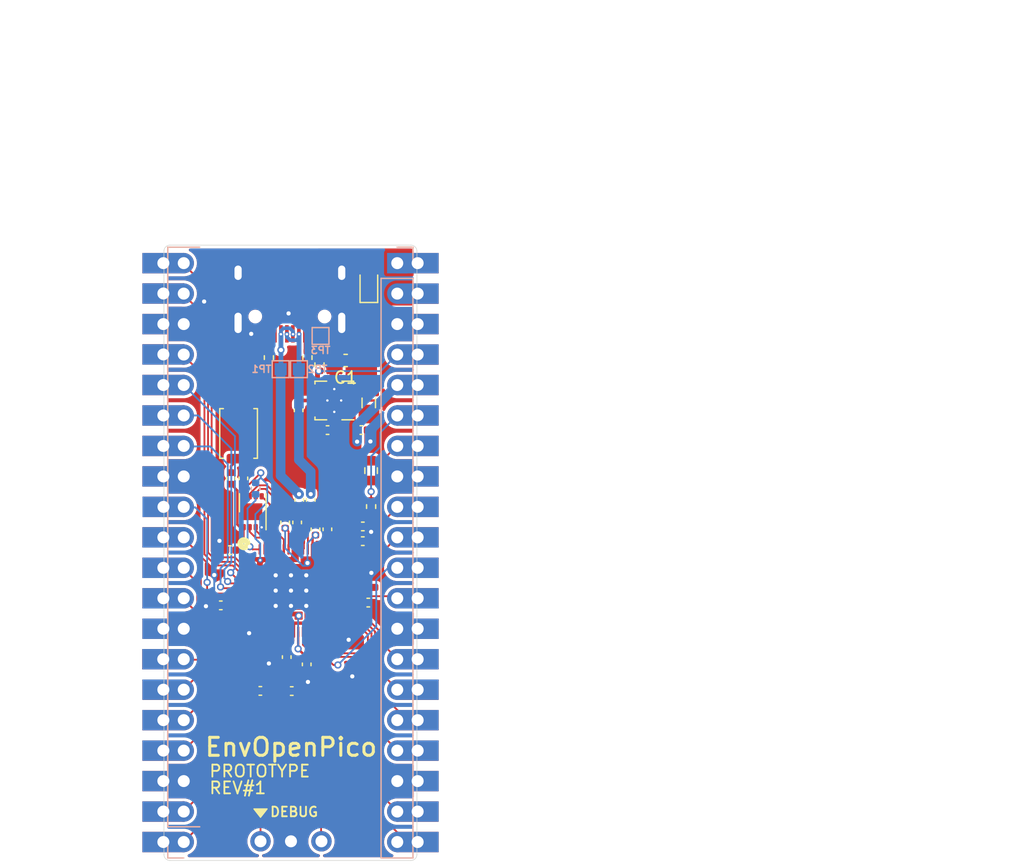
<source format=kicad_pcb>
(kicad_pcb (version 20171130) (host pcbnew "(5.1.10)-1")
  (title_block (title "RP2040 Minimal Design Example") (date 2020-07-13) (rev REV1) (company "Raspberry Pi (Trading) Ltd"))
  (layers (0 F.Cu signal) (31 B.Cu signal) (34 B.Paste user) (35 F.Paste user) (36 B.SilkS user) (37 F.SilkS user) (38 B.Mask user) (39 F.Mask user) (44 Edge.Cuts user))
  (net 0 "")
  (net 1 GND)
  (net 2 VBUS)
  (net 3 /XIN)
  (net 4 +3V3)
  (net 5 +1V1)
  (net 6 /~USB_BOOT)
  (net 7 /GPIO15)
  (net 8 /GPIO14)
  (net 9 /GPIO13)
  (net 10 /GPIO12)
  (net 11 /GPIO11)
  (net 12 /GPIO10)
  (net 13 /GPIO9)
  (net 14 /GPIO8)
  (net 15 /GPIO7)
  (net 16 /GPIO6)
  (net 17 /GPIO5)
  (net 18 /GPIO4)
  (net 19 /GPIO3)
  (net 20 /GPIO2)
  (net 21 /GPIO1)
  (net 22 /GPIO0)
  (net 23 /GPIO28_ADC2)
  (net 24 /GPIO27_ADC1)
  (net 25 /GPIO26_ADC0)
  (net 26 /GPIO25)
  (net 27 /GPIO22)
  (net 28 /GPIO21)
  (net 29 /GPIO20)
  (net 30 /GPIO19)
  (net 31 /GPIO18)
  (net 32 /GPIO17)
  (net 33 /GPIO16)
  (net 34 /RUN)
  (net 35 /SWD)
  (net 36 /SWCLK)
  (net 37 /QSPI_SS)
  (net 38 "Net-(R3-Pad2)")
  (net 39 "Net-(R4-Pad2)")
  (net 40 /QSPI_SD3)
  (net 41 /QSPI_SCLK)
  (net 42 /QSPI_SD0)
  (net 43 /QSPI_SD2)
  (net 44 /QSPI_SD1)
  (net 45 "Net-(D3-Pad2)")
  (net 46 "Net-(R6-Pad2)")
  (net 47 "Net-(R5-Pad2)")
  (net 48 3V3_EN)
  (net 49 "Net-(L1-Pad2)")
  (net 50 "Net-(L1-Pad1)")
  (net 51 USB_D+)
  (net 52 USB_D-)
  (net 53 /ADC_VREF)
  (module Resistor_SMD:R_0402_1005Metric (layer F.Cu) (at 101.8493 66.599 90)
    (fp_text reference R6)
    (fp_text value 5.1K)
    (pad 2 smd roundrect (at 0.51 0 90) (size 0.54 0.64) (layers F.Cu F.Paste F.Mask) (net 46 "Net-(R6-Pad2)"))
    (pad 1 smd roundrect (at -0.51 0 90) (size 0.54 0.64) (layers F.Cu F.Paste F.Mask) (net 1 GND))
  )
  (module Capacitor_SMD:C_0402_1005Metric (layer F.Cu) (at 109.68012 80.67568)
    (fp_text reference C18)
    (fp_text value "100nf 0402")
    (pad 2 smd roundrect (at 0.48 0) (size 0.56 0.62) (layers F.Cu F.Paste F.Mask) (net 1 GND))
    (pad 1 smd roundrect (at -0.48 0) (size 0.56 0.62) (layers F.Cu F.Paste F.Mask) (net 4 +3V3))
  )
  (module Capacitor_SMD:C_0402_1005Metric (layer F.Cu) (at 109.67758 81.9025)
    (fp_text reference C16)
    (fp_text value "100nf 0402")
    (pad 2 smd roundrect (at 0.48 0) (size 0.56 0.62) (layers F.Cu F.Paste F.Mask) (net 1 GND))
    (pad 1 smd roundrect (at -0.48 0) (size 0.56 0.62) (layers F.Cu F.Paste F.Mask) (net 4 +3V3))
  )
  (module Package_SON:SON-8-1EP_3x2mm_P0.5mm_EP1.4x1.6mm (layer F.Cu) (at 100.50056 79.44886 90)
    (fp_text reference FLASH1)
    (fp_text value W25Q16)
    (pad 9 smd rect (at 0 0 90) (size 1.4 1.6) (layers F.Cu F.Mask))
    (pad 8 smd roundrect (at 1.2875 -0.75 90) (size 0.525 0.35) (layers F.Cu F.Paste F.Mask) (net 4 +3V3))
    (pad 7 smd roundrect (at 1.2875 -0.25 90) (size 0.525 0.35) (layers F.Cu F.Paste F.Mask) (net 40 /QSPI_SD3))
    (pad 6 smd roundrect (at 1.2875 0.25 90) (size 0.525 0.35) (layers F.Cu F.Paste F.Mask) (net 41 /QSPI_SCLK))
    (pad 5 smd roundrect (at 1.2875 0.75 90) (size 0.525 0.35) (layers F.Cu F.Paste F.Mask) (net 42 /QSPI_SD0))
    (pad 4 smd roundrect (at -1.2875 0.75 90) (size 0.525 0.35) (layers F.Cu F.Paste F.Mask) (net 1 GND))
    (pad 3 smd roundrect (at -1.2875 0.25 90) (size 0.525 0.35) (layers F.Cu F.Paste F.Mask) (net 43 /QSPI_SD2))
    (pad 2 smd roundrect (at -1.2875 -0.25 90) (size 0.525 0.35) (layers F.Cu F.Paste F.Mask) (net 44 /QSPI_SD1))
    (pad 1 smd roundrect (at -1.2875 -0.75 90) (size 0.525 0.35) (layers F.Cu F.Paste F.Mask) (net 37 /QSPI_SS))
  )
  (module Capacitor_SMD:C_0402_1005Metric (layer F.Cu) (at 109.55814 72.64166)
    (fp_text reference C4)
    (fp_text value "10uf 0402")
    (pad 2 smd roundrect (at 0.48 0) (size 0.56 0.62) (layers F.Cu F.Paste F.Mask) (net 1 GND))
    (pad 1 smd roundrect (at -0.48 0) (size 0.56 0.62) (layers F.Cu F.Paste F.Mask) (net 4 +3V3))
  )
  (module Capacitor_SMD:C_0603_1608Metric (layer F.Cu) (at 108.24756 66.8403 180)
    (fp_text reference C1 (at 0 -1.43) (layer F.SilkS))
    (fp_text value "10uf 0603 6.3V")
    (pad 2 smd roundrect (at 0.775 0 180) (size 0.9 0.95) (layers F.Cu F.Paste F.Mask) (net 1 GND))
    (pad 1 smd roundrect (at -0.775 0 180) (size 0.9 0.95) (layers F.Cu F.Paste F.Mask) (net 2 VBUS))
  )
  (module Resistor_SMD:R_0402_1005Metric (layer F.Cu) (at 110.371 79.0176 270)
    (fp_text reference R10)
    (fp_text value "1Ohm 0402")
    (pad 2 smd roundrect (at 0.51 0 270) (size 0.54 0.64) (layers F.Cu F.Paste F.Mask) (net 4 +3V3))
    (pad 1 smd roundrect (at -0.51 0 270) (size 0.54 0.64) (layers F.Cu F.Paste F.Mask) (net 53 /ADC_VREF))
  )
  (module Resistor_SMD:R_0603_1608Metric (layer F.Cu) (at 110.371 76.0224 270)
    (fp_text reference R9)
    (fp_text value "200ohm 0603")
    (pad 2 smd roundrect (at 0.825 0 270) (size 0.8 0.95) (layers F.Cu F.Paste F.Mask) (net 53 /ADC_VREF))
    (pad 1 smd roundrect (at -0.825 0 270) (size 0.8 0.95) (layers F.Cu F.Paste F.Mask) (net 4 +3V3))
  )
  (module Capacitor_SMD:C_0402_1005Metric (layer B.Cu) (at 100.7444 77.521 270)
    (fp_text reference R2)
    (fp_text value DNF)
    (pad 2 smd roundrect (at 0.48 0 270) (size 0.56 0.62) (layers B.Cu B.Paste B.Mask) (net 37 /QSPI_SS))
    (pad 1 smd roundrect (at -0.48 0 270) (size 0.56 0.62) (layers B.Cu B.Paste B.Mask) (net 4 +3V3))
  )
  (module TestPoint:TestPoint_Pad_1.0x1.0mm (layer B.Cu) (at 106.1546 64.7956)
    (fp_text reference TP3 (at 0 1.1938) (layer B.SilkS) (effects (font (size 0.6 0.6) (thickness 0.125)) (justify mirror)))
    (fp_text value TestPoint)
    (pad 1 smd rect (at 0 0) (size 1 1) (layers B.Cu B.Mask) (net 1 GND))
  )
  (module TestPoint:TestPoint_Pad_1.0x1.0mm (layer B.Cu) (at 104.3512 67.5642)
    (fp_text reference TP2 (at 1.5494 0) (layer B.SilkS) (effects (font (size 0.6 0.6) (thickness 0.125)) (justify mirror)))
    (fp_text value TestPoint)
    (pad 1 smd rect (at 0 0) (size 1 1) (layers B.Cu B.Mask) (net 52 USB_D-))
  )
  (module TestPoint:TestPoint_Pad_1.0x1.0mm (layer B.Cu) (at 102.8272 67.5642)
    (fp_text reference TP1 (at -1.6002 0) (layer B.SilkS) (effects (font (size 0.6 0.6) (thickness 0.125)) (justify mirror)))
    (fp_text value TestPoint)
    (pad 1 smd rect (at 0 0) (size 1 1) (layers B.Cu B.Mask) (net 51 USB_D+))
  )
  (module Button_Switch_SMD:SW_Push_SPST_NO_Alps_SKRK (layer F.Cu) (at 99.322 72.9236 90)
    (fp_text reference J2)
    (fp_text value SKRKAEE020)
    (pad 1 smd roundrect (at -2.1 0 90) (size 0.8 2) (layers F.Cu F.Paste F.Mask) (net 6 /~USB_BOOT))
    (pad 2 smd roundrect (at 2.1 0 90) (size 0.8 2) (layers F.Cu F.Paste F.Mask) (net 1 GND))
  )
  (module Capacitor_SMD:C_0402_1005Metric (layer F.Cu) (at 99.72078 76.66756 90)
    (fp_text reference C5)
    (fp_text value "100nf 0402")
    (pad 2 smd roundrect (at 0.48 0 90) (size 0.56 0.62) (layers F.Cu F.Paste F.Mask) (net 1 GND))
    (pad 1 smd roundrect (at -0.48 0 90) (size 0.56 0.62) (layers F.Cu F.Paste F.Mask) (net 4 +3V3))
  )
  (module Resistor_SMD:R_0402_1005Metric (layer F.Cu) (at 106.0657 67.1959 270)
    (fp_text reference R7)
    (fp_text value 100ohm)
    (pad 2 smd roundrect (at 0.51 0 270) (size 0.54 0.64) (layers F.Cu F.Paste F.Mask) (net 48 3V3_EN))
    (pad 1 smd roundrect (at -0.51 0 270) (size 0.54 0.64) (layers F.Cu F.Paste F.Mask) (net 2 VBUS))
  )
  (module Inductor_SMD:L_0805_2012Metric (layer F.Cu) (at 110.175 70.375 270)
    (fp_text reference L1)
    (fp_text value "Inductor 2.2uh")
    (pad 2 smd roundrect (at 1.0625 0 270) (size 0.875 1.2) (layers F.Cu F.Paste F.Mask) (net 49 "Net-(L1-Pad2)"))
    (pad 1 smd roundrect (at -1.0625 0 270) (size 0.875 1.2) (layers F.Cu F.Paste F.Mask) (net 50 "Net-(L1-Pad1)"))
  )
  (module Package_SON:Texas_DRC0010J_ThermalVias (layer F.Cu) (at 107.3 70.175 180)
    (fp_text reference U1)
    (fp_text value TPS63002)
    (pad 11 thru_hole circle (at 0 -0.95 180) (size 0.5 0.5) (drill 0.2) (layers *.Cu) (net 1 GND))
    (pad 11 thru_hole circle (at 0.575 0 180) (size 0.5 0.5) (drill 0.2) (layers *.Cu) (net 1 GND))
    (pad 11 thru_hole circle (at -0.575 0 180) (size 0.5 0.5) (drill 0.2) (layers *.Cu) (net 1 GND))
    (pad 11 thru_hole circle (at 0 0.95 180) (size 0.5 0.5) (drill 0.2) (layers *.Cu) (net 1 GND))
    (pad 11 smd custom (at 0 0 180) (size 1.65 2.4) (layers F.Cu F.Mask) (net 1 GND) (options (clearance outline) (anchor rect)) (primitives (gr_poly (pts (xy -0.375 -1.1) (xy -0.375 -1.7) (xy -0.125 -1.7) (xy -0.125 -1.1) (xy 0.125 -1.1) (xy 0.125 -1.7) (xy 0.375 -1.7) (xy 0.375 1.7) (xy 0.125 1.7) (xy 0.125 1.1) (xy -0.125 1.1) (xy -0.125 1.7) (xy -0.375 1.7)) (width 0))))
    (pad 10 smd rect (at 1.4 -1 180) (size 0.6 0.24) (layers F.Cu F.Paste F.Mask) (net 4 +3V3))
    (pad 9 smd rect (at 1.4 -0.5 180) (size 0.6 0.24) (layers F.Cu F.Paste F.Mask) (net 1 GND))
    (pad 8 smd rect (at 1.4 0 180) (size 0.6 0.24) (layers F.Cu F.Paste F.Mask) (net 48 3V3_EN))
    (pad 7 smd rect (at 1.4 0.5 180) (size 0.6 0.24) (layers F.Cu F.Paste F.Mask) (net 48 3V3_EN))
    (pad 6 smd rect (at 1.4 1 180) (size 0.6 0.24) (layers F.Cu F.Paste F.Mask) (net 48 3V3_EN))
    (pad 5 smd rect (at -1.4 1 180) (size 0.6 0.24) (layers F.Cu F.Paste F.Mask) (net 2 VBUS))
    (pad 4 smd rect (at -1.4 0.5 180) (size 0.6 0.24) (layers F.Cu F.Paste F.Mask) (net 50 "Net-(L1-Pad1)"))
    (pad 3 smd rect (at -1.4 0 180) (size 0.6 0.24) (layers F.Cu F.Paste F.Mask) (net 1 GND))
    (pad 2 smd rect (at -1.4 -0.5 180) (size 0.6 0.24) (layers F.Cu F.Paste F.Mask) (net 49 "Net-(L1-Pad2)"))
    (pad 1 smd rect (at -1.4 -1 180) (size 0.6 0.24) (layers F.Cu F.Paste F.Mask) (net 4 +3V3))
  )
  (module Capacitor_SMD:C_0402_1005Metric (layer F.Cu) (at 104.3258 70.9932 270)
    (fp_text reference C12)
    (fp_text value "0.1uf 0402")
    (pad 2 smd roundrect (at 0.48 0 270) (size 0.56 0.62) (layers F.Cu F.Paste F.Mask) (net 1 GND))
    (pad 1 smd roundrect (at -0.48 0 270) (size 0.56 0.62) (layers F.Cu F.Paste F.Mask) (net 48 3V3_EN))
  )
  (module Capacitor_SMD:C_0402_1005Metric (layer F.Cu) (at 106.7388 72.6442 180)
    (fp_text reference C9)
    (fp_text value "10uf 0402")
    (pad 2 smd roundrect (at 0.48 0 180) (size 0.56 0.62) (layers F.Cu F.Paste F.Mask) (net 1 GND))
    (pad 1 smd roundrect (at -0.48 0 180) (size 0.56 0.62) (layers F.Cu F.Paste F.Mask) (net 4 +3V3))
  )
  (module Capacitor_SMD:C_0402_1005Metric (layer F.Cu) (at 105.33476 78.46396 270)
    (fp_text reference R4)
    (fp_text value " 27Ohms 0402 Resistor")
    (pad 2 smd roundrect (at 0.48 0 270) (size 0.56 0.62) (layers F.Cu F.Paste F.Mask) (net 39 "Net-(R4-Pad2)"))
    (pad 1 smd roundrect (at -0.48 0 270) (size 0.56 0.62) (layers F.Cu F.Paste F.Mask) (net 52 USB_D-))
  )
  (module Capacitor_SMD:C_0402_1005Metric (layer F.Cu) (at 104.20388 80.3404 90)
    (fp_text reference C8)
    (fp_text value "100nf 0402")
    (pad 1 smd roundrect (at -0.48 0 90) (size 0.56 0.62) (layers F.Cu F.Paste F.Mask) (net 4 +3V3))
    (pad 2 smd roundrect (at 0.48 0 90) (size 0.56 0.62) (layers F.Cu F.Paste F.Mask) (net 1 GND))
  )
  (module Capacitor_SMD:C_0402_1005Metric (layer F.Cu) (at 105.73296 80.91698 90)
    (fp_text reference C3)
    (fp_text value "1uf 0402")
    (pad 2 smd roundrect (at 0.48 0 90) (size 0.56 0.62) (layers F.Cu F.Paste F.Mask) (net 1 GND))
    (pad 1 smd roundrect (at -0.48 0 90) (size 0.56 0.62) (layers F.Cu F.Paste F.Mask) (net 5 +1V1))
  )
  (module Capacitor_SMD:C_0402_1005Metric (layer F.Cu) (at 103.20566 80.3404 90)
    (fp_text reference C7)
    (fp_text value "100nf 0402")
    (pad 2 smd roundrect (at 0.48 0 90) (size 0.56 0.62) (layers F.Cu F.Paste F.Mask) (net 1 GND))
    (pad 1 smd roundrect (at -0.48 0 90) (size 0.56 0.62) (layers F.Cu F.Paste F.Mask) (net 5 +1V1))
  )
  (module Diode_SMD:D_0603_1608Metric (layer F.Cu) (at 110.18304 60.51824 90)
    (fp_text reference D1)
    (fp_text value "SCHOTTKY DIODE")
    (pad 2 smd roundrect (at 0.7875 0 90) (size 0.875 0.95) (layers F.Cu F.Paste F.Mask) (net 2 VBUS))
    (pad 1 smd roundrect (at -0.7875 0 90) (size 0.875 0.95) (layers F.Cu F.Paste F.Mask) (net 2 VBUS))
  )
  (module Connector_PinHeader_2.54mm:PinHeader_1x20_P2.54mm_Vertical (layer B.Cu) (at 112.53 58.725 180)
    (fp_text reference J4)
    (fp_text value "2.54mm header 01x20")
    (pad 20 thru_hole oval (at -0.02 -48.26 180) (size 1.7 1.7) (drill 1) (layers *.Cu *.Mask) (net 33 /GPIO16))
    (pad 19 thru_hole oval (at -0.02 -45.72 180) (size 1.7 1.7) (drill 1) (layers *.Cu *.Mask) (net 32 /GPIO17))
    (pad 18 thru_hole rect (at -0.02 -43.18 180) (size 1.7 1.7) (drill 1) (layers *.Cu *.Mask) (net 1 GND))
    (pad 17 thru_hole oval (at -0.02 -40.64 180) (size 1.7 1.7) (drill 1) (layers *.Cu *.Mask) (net 31 /GPIO18))
    (pad 16 thru_hole oval (at -0.02 -38.1 180) (size 1.7 1.7) (drill 1) (layers *.Cu *.Mask) (net 30 /GPIO19))
    (pad 15 thru_hole oval (at -0.02 -35.56 180) (size 1.7 1.7) (drill 1) (layers *.Cu *.Mask) (net 29 /GPIO20))
    (pad 14 thru_hole oval (at -0.02 -33.02 180) (size 1.7 1.7) (drill 1) (layers *.Cu *.Mask) (net 28 /GPIO21))
    (pad 13 thru_hole rect (at -0.02 -30.48 180) (size 1.7 1.7) (drill 1) (layers *.Cu *.Mask) (net 1 GND))
    (pad 12 thru_hole oval (at -0.02 -27.94 180) (size 1.7 1.7) (drill 1) (layers *.Cu *.Mask) (net 27 /GPIO22))
    (pad 11 thru_hole oval (at -0.02 -25.4 180) (size 1.7 1.7) (drill 1) (layers *.Cu *.Mask) (net 34 /RUN))
    (pad 10 thru_hole oval (at -0.02 -22.86 180) (size 1.7 1.7) (drill 1) (layers *.Cu *.Mask) (net 25 /GPIO26_ADC0))
    (pad 9 thru_hole oval (at -0.02 -20.32 180) (size 1.7 1.7) (drill 1) (layers *.Cu *.Mask) (net 24 /GPIO27_ADC1))
    (pad 8 thru_hole rect (at -0.02 -17.78 180) (size 1.7 1.7) (drill 1) (layers *.Cu *.Mask) (net 1 GND))
    (pad 7 thru_hole oval (at -0.02 -15.24 180) (size 1.7 1.7) (drill 1) (layers *.Cu *.Mask) (net 23 /GPIO28_ADC2))
    (pad 6 thru_hole oval (at -0.02 -12.7 180) (size 1.7 1.7) (drill 1) (layers *.Cu *.Mask) (net 53 /ADC_VREF))
    (pad 5 thru_hole oval (at -0.02 -10.16 180) (size 1.7 1.7) (drill 1) (layers *.Cu *.Mask) (net 4 +3V3))
    (pad 4 thru_hole oval (at -0.02 -7.62 180) (size 1.7 1.7) (drill 1) (layers *.Cu *.Mask) (net 48 3V3_EN))
    (pad 3 thru_hole rect (at -0.02 -5.08 180) (size 1.7 1.7) (drill 1) (layers *.Cu *.Mask) (net 1 GND))
    (pad 2 thru_hole oval (at -0.02 -2.54 180) (size 1.7 1.7) (drill 1) (layers *.Cu *.Mask) (net 2 VBUS))
    (pad 1 thru_hole rect (at -0.02 0 180) (size 1.7 1.7) (drill 1) (layers *.Cu *.Mask) (net 2 VBUS))
    (pad 17 thru_hole rect (at -1.72 -40.64 180) (size 3.5 1.7) (drill 1) (layers *.Cu *.Mask) (net 31 /GPIO18))
    (pad 18 thru_hole rect (at -1.72 -43.18 180) (size 3.5 1.7) (drill 1) (layers *.Cu *.Mask) (net 1 GND))
    (pad 16 thru_hole rect (at -1.72 -38.1 180) (size 3.5 1.7) (drill 1) (layers *.Cu *.Mask) (net 30 /GPIO19))
    (pad 19 thru_hole rect (at -1.72 -45.72 180) (size 3.5 1.7) (drill 1) (layers *.Cu *.Mask) (net 32 /GPIO17))
    (pad 15 thru_hole rect (at -1.72 -35.56 180) (size 3.5 1.7) (drill 1) (layers *.Cu *.Mask) (net 29 /GPIO20))
    (pad 20 thru_hole rect (at -1.72 -48.26 180) (size 3.5 1.7) (drill 1) (layers *.Cu *.Mask) (net 33 /GPIO16))
    (pad 12 thru_hole rect (at -1.72 -27.94 180) (size 3.5 1.7) (drill 1) (layers *.Cu *.Mask) (net 27 /GPIO22))
    (pad 14 thru_hole rect (at -1.72 -33.02 180) (size 3.5 1.7) (drill 1) (layers *.Cu *.Mask) (net 28 /GPIO21))
    (pad 11 thru_hole rect (at -1.72 -25.4 180) (size 3.5 1.7) (drill 1) (layers *.Cu *.Mask) (net 34 /RUN))
    (pad 7 thru_hole rect (at -1.72 -15.24 180) (size 3.5 1.7) (drill 1) (layers *.Cu *.Mask) (net 23 /GPIO28_ADC2))
    (pad 6 thru_hole rect (at -1.72 -12.7 180) (size 3.5 1.7) (drill 1) (layers *.Cu *.Mask) (net 53 /ADC_VREF))
    (pad 5 thru_hole rect (at -1.72 -10.16 180) (size 3.5 1.7) (drill 1) (layers *.Cu *.Mask) (net 4 +3V3))
    (pad 2 thru_hole rect (at -1.72 -2.54 180) (size 3.5 1.7) (drill 1) (layers *.Cu *.Mask) (net 2 VBUS))
    (pad 13 thru_hole rect (at -1.72 -30.48 180) (size 3.5 1.7) (drill 1) (layers *.Cu *.Mask) (net 1 GND))
    (pad 8 thru_hole rect (at -1.72 -17.78 180) (size 3.5 1.7) (drill 1) (layers *.Cu *.Mask) (net 1 GND))
    (pad 3 thru_hole rect (at -1.72 -5.08 180) (size 3.5 1.7) (drill 1) (layers *.Cu *.Mask) (net 1 GND))
    (pad 1 thru_hole rect (at -1.72 0 180) (size 3.5 1.7) (drill 1) (layers *.Cu *.Mask) (net 2 VBUS))
    (pad 9 thru_hole rect (at -1.72 -20.32 180) (size 3.5 1.7) (drill 1) (layers *.Cu *.Mask) (net 24 /GPIO27_ADC1))
    (pad 4 thru_hole rect (at -1.72 -7.62 180) (size 3.5 1.7) (drill 1) (layers *.Cu *.Mask) (net 48 3V3_EN))
    (pad 10 thru_hole rect (at -1.72 -22.86 180) (size 3.5 1.7) (drill 1) (layers *.Cu *.Mask) (net 25 /GPIO26_ADC0))
  )
  (module Connector_PinHeader_2.54mm:PinHeader_1x20_P2.54mm_Vertical (layer B.Cu) (at 94.75 106.985)
    (fp_text reference J3 hide)
    (fp_text value "2.54mm header 01x20")
    (pad 20 thru_hole oval (at 0 -48.26) (size 1.7 1.7) (drill 1) (layers *.Cu *.Mask) (net 22 /GPIO0))
    (pad 19 thru_hole oval (at 0 -45.72) (size 1.7 1.7) (drill 1) (layers *.Cu *.Mask) (net 21 /GPIO1))
    (pad 18 thru_hole rect (at 0 -43.18) (size 1.7 1.7) (drill 1) (layers *.Cu *.Mask) (net 1 GND))
    (pad 17 thru_hole oval (at 0 -40.64) (size 1.7 1.7) (drill 1) (layers *.Cu *.Mask) (net 20 /GPIO2))
    (pad 16 thru_hole oval (at 0 -38.1) (size 1.7 1.7) (drill 1) (layers *.Cu *.Mask) (net 19 /GPIO3))
    (pad 15 thru_hole oval (at 0 -35.56) (size 1.7 1.7) (drill 1) (layers *.Cu *.Mask) (net 18 /GPIO4))
    (pad 14 thru_hole oval (at 0 -33.02) (size 1.7 1.7) (drill 1) (layers *.Cu *.Mask) (net 17 /GPIO5))
    (pad 13 thru_hole rect (at 0 -30.48) (size 1.7 1.7) (drill 1) (layers *.Cu *.Mask) (net 1 GND))
    (pad 12 thru_hole oval (at 0 -27.94) (size 1.7 1.7) (drill 1) (layers *.Cu *.Mask) (net 16 /GPIO6))
    (pad 11 thru_hole oval (at 0 -25.4) (size 1.7 1.7) (drill 1) (layers *.Cu *.Mask) (net 15 /GPIO7))
    (pad 10 thru_hole oval (at 0 -22.86) (size 1.7 1.7) (drill 1) (layers *.Cu *.Mask) (net 14 /GPIO8))
    (pad 9 thru_hole oval (at 0 -20.32) (size 1.7 1.7) (drill 1) (layers *.Cu *.Mask) (net 13 /GPIO9))
    (pad 8 thru_hole rect (at 0 -17.78) (size 1.7 1.7) (drill 1) (layers *.Cu *.Mask) (net 1 GND))
    (pad 7 thru_hole oval (at 0 -15.24) (size 1.7 1.7) (drill 1) (layers *.Cu *.Mask) (net 12 /GPIO10))
    (pad 6 thru_hole oval (at 0 -12.7) (size 1.7 1.7) (drill 1) (layers *.Cu *.Mask) (net 11 /GPIO11))
    (pad 5 thru_hole oval (at 0 -10.16) (size 1.7 1.7) (drill 1) (layers *.Cu *.Mask) (net 10 /GPIO12))
    (pad 4 thru_hole oval (at 0 -7.62) (size 1.7 1.7) (drill 1) (layers *.Cu *.Mask) (net 9 /GPIO13))
    (pad 3 thru_hole rect (at 0 -5.08) (size 1.7 1.7) (drill 1) (layers *.Cu *.Mask) (net 1 GND))
    (pad 2 thru_hole oval (at 0 -2.54) (size 1.7 1.7) (drill 1) (layers *.Cu *.Mask) (net 8 /GPIO14))
    (pad 1 thru_hole circle (at 0 0) (size 1.7 1.7) (drill 1) (layers *.Cu *.Mask) (net 7 /GPIO15))
    (pad 2 thru_hole rect (at -1.7 -2.54) (size 3.5 1.7) (drill 1) (layers *.Cu *.Mask) (net 8 /GPIO14))
    (pad 14 thru_hole rect (at -1.7 -33.02) (size 3.5 1.7) (drill 1) (layers *.Cu *.Mask) (net 17 /GPIO5))
    (pad 4 thru_hole rect (at -1.7 -7.62) (size 3.5 1.7) (drill 1) (layers *.Cu *.Mask) (net 9 /GPIO13))
    (pad 6 thru_hole rect (at -1.7 -12.7) (size 3.5 1.7) (drill 1) (layers *.Cu *.Mask) (net 11 /GPIO11))
    (pad 8 thru_hole rect (at -1.7 -17.78) (size 3.5 1.7) (drill 1) (layers *.Cu *.Mask) (net 1 GND))
    (pad 9 thru_hole rect (at -1.7 -20.32) (size 3.5 1.7) (drill 1) (layers *.Cu *.Mask) (net 13 /GPIO9))
    (pad 15 thru_hole rect (at -1.7 -35.56) (size 3.5 1.7) (drill 1) (layers *.Cu *.Mask) (net 18 /GPIO4))
    (pad 12 thru_hole rect (at -1.69 -27.94) (size 3.5 1.7) (drill 1) (layers *.Cu *.Mask) (net 16 /GPIO6))
    (pad 16 thru_hole rect (at -1.7 -38.1) (size 3.5 1.7) (drill 1) (layers *.Cu *.Mask) (net 19 /GPIO3))
    (pad 19 thru_hole rect (at -1.7 -45.73) (size 3.5 1.7) (drill 1) (layers *.Cu *.Mask) (net 21 /GPIO1))
    (pad 17 thru_hole rect (at -1.7 -40.65) (size 3.5 1.7) (drill 1) (layers *.Cu *.Mask) (net 20 /GPIO2))
    (pad 7 thru_hole rect (at -1.71 -15.24) (size 3.5 1.7) (drill 1) (layers *.Cu *.Mask) (net 12 /GPIO10))
    (pad 5 thru_hole rect (at -1.7 -10.16) (size 3.5 1.7) (drill 1) (layers *.Cu *.Mask) (net 10 /GPIO12))
    (pad 11 thru_hole rect (at -1.7 -25.4) (size 3.5 1.7) (drill 1) (layers *.Cu *.Mask) (net 15 /GPIO7))
    (pad 13 thru_hole rect (at -1.7 -30.48) (size 3.5 1.7) (drill 1) (layers *.Cu *.Mask) (net 1 GND))
    (pad 1 thru_hole rect (at -1.7 0) (size 3.5 1.7) (drill 1) (layers *.Cu *.Mask) (net 7 /GPIO15))
    (pad 10 thru_hole rect (at -1.7 -22.86) (size 3.5 1.7) (drill 1) (layers *.Cu *.Mask) (net 14 /GPIO8))
    (pad 18 thru_hole rect (at -1.7 -43.18) (size 3.5 1.7) (drill 1) (layers *.Cu *.Mask) (net 1 GND))
    (pad 3 thru_hole rect (at -1.7 -5.08) (size 3.5 1.7) (drill 1) (layers *.Cu *.Mask) (net 1 GND))
    (pad 20 thru_hole rect (at -1.7 -48.26) (size 3.5 1.7) (drill 1) (layers *.Cu *.Mask) (net 22 /GPIO0))
  )
  (module HRO-TYPE-C31-M-12:HRO-TYPE-C-31-M-12 (layer F.Cu) (at 103.6 56.925 180)
    (fp_text reference e1)
    (fp_text value TYPE-C-31-M-12)
    (pad 12 smd rect (at 3.225 -7.695 180) (size 0.6 1.45) (layers F.Cu F.Paste F.Mask) (net 1 GND))
    (pad 1 smd rect (at -3.225 -7.695 180) (size 0.6 1.45) (layers F.Cu F.Paste F.Mask) (net 1 GND))
    (pad 11 smd rect (at 2.45 -7.695 180) (size 0.6 1.45) (layers F.Cu F.Paste F.Mask) (net 2 VBUS))
    (pad 2 smd rect (at -2.45 -7.695 180) (size 0.6 1.45) (layers F.Cu F.Paste F.Mask) (net 2 VBUS))
    (pad 3 smd rect (at -1.75 -7.695 180) (size 0.3 1.45) (layers F.Cu F.Paste F.Mask))
    (pad 10 smd rect (at 1.75 -7.695 180) (size 0.3 1.45) (layers F.Cu F.Paste F.Mask) (net 46 "Net-(R6-Pad2)"))
    (pad 4 smd rect (at -1.25 -7.695 180) (size 0.3 1.45) (layers F.Cu F.Paste F.Mask) (net 47 "Net-(R5-Pad2)"))
    (pad 9 smd rect (at 1.25 -7.695 180) (size 0.3 1.45) (layers F.Cu F.Paste F.Mask))
    (pad 5 smd rect (at -0.75 -7.695 180) (size 0.3 1.45) (layers F.Cu F.Paste F.Mask) (net 52 USB_D-))
    (pad 8 smd rect (at 0.75 -7.695 180) (size 0.3 1.45) (layers F.Cu F.Paste F.Mask) (net 51 USB_D+))
    (pad 7 smd rect (at 0.25 -7.695 180) (size 0.3 1.45) (layers F.Cu F.Paste F.Mask) (net 52 USB_D-))
    (pad 6 smd rect (at -0.25 -7.695 180) (size 0.3 1.45) (layers F.Cu F.Paste F.Mask) (net 51 USB_D+))
    (pad "" np_thru_hole circle (at 2.89 -6.25 180) (size 0.65 0.65) (drill 0.65) (layers *.Cu *.Mask))
    (pad "" np_thru_hole circle (at -2.89 -6.25 180) (size 0.65 0.65) (drill 0.65) (layers *.Cu *.Mask))
    (pad 13 thru_hole oval (at -4.32 -6.78 180) (size 1 2.1) (drill oval 0.6 1.7) (layers *.Cu B.Mask) (net 1 GND))
    (pad 13 thru_hole oval (at 4.32 -6.78 180) (size 1 2.1) (drill oval 0.6 1.7) (layers *.Cu B.Mask) (net 1 GND))
    (pad 13 thru_hole oval (at -4.32 -2.6 180) (size 1 1.6) (drill oval 0.6 1.2) (layers *.Cu B.Mask) (net 1 GND))
    (pad 13 thru_hole oval (at 4.32 -2.6 180) (size 1 1.6) (drill oval 0.6 1.2) (layers *.Cu B.Mask) (net 1 GND))
  )
  (module Resistor_SMD:R_0402_1005Metric (layer F.Cu) (at 105.0624 66.599 90)
    (fp_text reference R5)
    (fp_text value 5.1K)
    (pad 2 smd roundrect (at 0.51 0 90) (size 0.54 0.64) (layers F.Cu F.Paste F.Mask) (net 47 "Net-(R5-Pad2)"))
    (pad 1 smd roundrect (at -0.51 0 90) (size 0.54 0.64) (layers F.Cu F.Paste F.Mask) (net 1 GND))
  )
  (module Crystal:Crystal_SMD_SeikoEpson_TSX3225-4Pin_3.2x2.5mm (layer F.Cu) (at 102.3192 96.6218 180)
    (fp_text reference X1)
    (fp_text value "XO 32 12Mhz 3225 seiko")
    (pad 4 smd rect (at -1.1 -0.8 180) (size 1.4 1.15) (layers F.Cu F.Paste F.Mask) (net 4 +3V3))
    (pad 3 smd rect (at 1.1 -0.8 180) (size 1.4 1.15) (layers F.Cu F.Paste F.Mask) (net 3 /XIN))
    (pad 2 smd rect (at 1.1 0.8 180) (size 1.4 1.15) (layers F.Cu F.Paste F.Mask) (net 1 GND))
    (pad 1 smd rect (at -1.1 0.8 180) (size 1.4 1.15) (layers F.Cu F.Paste F.Mask))
  )
  (module Capacitor_SMD:C_0402_1005Metric (layer F.Cu) (at 97.83864 87.25428 180)
    (fp_text reference C17)
    (fp_text value "10uf 0402")
    (pad 2 smd roundrect (at 0.48 0 180) (size 0.56 0.62) (layers F.Cu F.Paste F.Mask) (net 1 GND))
    (pad 1 smd roundrect (at -0.48 0 180) (size 0.56 0.62) (layers F.Cu F.Paste F.Mask) (net 4 +3V3))
  )
  (module Capacitor_SMD:C_0402_1005Metric (layer F.Cu) (at 103.7543 94.3993 180)
    (fp_text reference C15)
    (fp_text value "100nf 0402")
    (pad 2 smd roundrect (at 0.48 0 180) (size 0.56 0.62) (layers F.Cu F.Paste F.Mask) (net 1 GND))
    (pad 1 smd roundrect (at -0.48 0 180) (size 0.56 0.62) (layers F.Cu F.Paste F.Mask) (net 4 +3V3))
  )
  (module Capacitor_SMD:C_0402_1005Metric (layer F.Cu) (at 106.7261 80.91444 90)
    (fp_text reference C10)
    (fp_text value "1uf 0402")
    (pad 2 smd roundrect (at 0.48 0 90) (size 0.56 0.62) (layers F.Cu F.Paste F.Mask) (net 1 GND))
    (pad 1 smd roundrect (at -0.48 0 90) (size 0.56 0.62) (layers F.Cu F.Paste F.Mask) (net 4 +3V3))
  )
  (module Capacitor_SMD:C_0402_1005Metric (layer F.Cu) (at 103.3352 91.5672 270)
    (fp_text reference C14)
    (fp_text value "100nf 0402")
    (pad 2 smd roundrect (at 0.48 0 270) (size 0.56 0.62) (layers F.Cu F.Paste F.Mask) (net 1 GND))
    (pad 1 smd roundrect (at -0.48 0 270) (size 0.56 0.62) (layers F.Cu F.Paste F.Mask) (net 4 +3V3))
  )
  (module Capacitor_SMD:C_0402_1005Metric (layer F.Cu) (at 110.13484 87.02568)
    (fp_text reference C13)
    (fp_text value "100nf 0402")
    (pad 2 smd roundrect (at 0.48 0) (size 0.56 0.62) (layers F.Cu F.Paste F.Mask) (net 1 GND))
    (pad 1 smd roundrect (at -0.48 0) (size 0.56 0.62) (layers F.Cu F.Paste F.Mask) (net 4 +3V3))
  )
  (module Capacitor_SMD:C_0402_1005Metric (layer F.Cu) (at 104.38476 78.46396 270)
    (fp_text reference R3)
    (fp_text value " 27Ohms  0402 Resistor")
    (pad 2 smd roundrect (at 0.48 0 270) (size 0.56 0.62) (layers F.Cu F.Paste F.Mask) (net 38 "Net-(R3-Pad2)"))
    (pad 1 smd roundrect (at -0.48 0 270) (size 0.56 0.62) (layers F.Cu F.Paste F.Mask) (net 51 USB_D+))
  )
  (module Capacitor_SMD:C_0402_1005Metric (layer F.Cu) (at 98.687 76.6701 90)
    (fp_text reference R1)
    (fp_text value "1k 0402 Resistor")
    (pad 2 smd roundrect (at 0.48 0 90) (size 0.56 0.62) (layers F.Cu F.Paste F.Mask) (net 6 /~USB_BOOT))
    (pad 1 smd roundrect (at -0.48 0 90) (size 0.56 0.62) (layers F.Cu F.Paste F.Mask) (net 37 /QSPI_SS))
  )
  (module Capacitor_SMD:C_0402_1005Metric (layer F.Cu) (at 98.6 82.65 180)
    (fp_text reference C11)
    (fp_text value "100nf 0402")
    (pad 2 smd roundrect (at 0.48 0 180) (size 0.56 0.62) (layers F.Cu F.Paste F.Mask) (net 1 GND))
    (pad 1 smd roundrect (at -0.48 0 180) (size 0.56 0.62) (layers F.Cu F.Paste F.Mask) (net 4 +3V3))
  )
  (module Capacitor_SMD:C_0402_1005Metric (layer F.Cu) (at 105 92.175 270)
    (fp_text reference C6)
    (fp_text value "100nf 0402")
    (pad 2 smd roundrect (at 0.48 0 270) (size 0.56 0.62) (layers F.Cu F.Paste F.Mask) (net 1 GND))
    (pad 1 smd roundrect (at -0.48 0 270) (size 0.56 0.62) (layers F.Cu F.Paste F.Mask) (net 5 +1V1))
  )
  (module Capacitor_SMD:C_0402_1005Metric (layer F.Cu) (at 101.13556 94.3866 180)
    (fp_text reference C2)
    (fp_text value "15pf 0402")
    (pad 2 smd roundrect (at 0.48 0 180) (size 0.56 0.62) (layers F.Cu F.Paste F.Mask) (net 3 /XIN))
    (pad 1 smd roundrect (at -0.48 0 180) (size 0.56 0.62) (layers F.Cu F.Paste F.Mask) (net 1 GND))
  )
  (module Resistor_SMD:R_0402_1005Metric (layer F.Cu) (at 109.18228 85.43056 180)
    (fp_text reference R8)
    (fp_text value "470 ohm resistor")
    (pad 2 smd roundrect (at 0.51 0 180) (size 0.54 0.64) (layers F.Cu F.Paste F.Mask) (net 26 /GPIO25))
    (pad 1 smd roundrect (at -0.51 0 180) (size 0.54 0.64) (layers F.Cu F.Paste F.Mask) (net 45 "Net-(D3-Pad2)"))
  )
  (module LED_SMD:LED_0402_1005Metric (layer F.Cu) (at 110.65548 85.27308 270)
    (fp_text reference D3)
    (fp_text value "LED 0402 YELLOW")
    (pad 2 smd roundrect (at 0.485 0 270) (size 0.59 0.64) (layers F.Cu F.Paste F.Mask) (net 45 "Net-(D3-Pad2)"))
    (pad 1 smd roundrect (at -0.485 0 270) (size 0.59 0.64) (layers F.Cu F.Paste F.Mask) (net 1 GND))
  )
  (module RP2040_minimal:RP2040-QFN-56 (layer F.Cu) (at 103.69 86.025)
    (fp_text reference U3)
    (fp_text value RP2040)
    (pad 56 smd roundrect (at -2.6 -3.4375) (size 0.2 0.875) (layers F.Cu F.Paste F.Mask) (net 37 /QSPI_SS))
    (pad 55 smd roundrect (at -2.2 -3.4375) (size 0.2 0.875) (layers F.Cu F.Paste F.Mask) (net 44 /QSPI_SD1))
    (pad 54 smd roundrect (at -1.8 -3.4375) (size 0.2 0.875) (layers F.Cu F.Paste F.Mask) (net 43 /QSPI_SD2))
    (pad 53 smd roundrect (at -1.4 -3.4375) (size 0.2 0.875) (layers F.Cu F.Paste F.Mask) (net 42 /QSPI_SD0))
    (pad 52 smd roundrect (at -1 -3.4375) (size 0.2 0.875) (layers F.Cu F.Paste F.Mask) (net 41 /QSPI_SCLK))
    (pad 51 smd roundrect (at -0.6 -3.4375) (size 0.2 0.875) (layers F.Cu F.Paste F.Mask) (net 40 /QSPI_SD3))
    (pad 50 smd roundrect (at -0.2 -3.4375) (size 0.2 0.875) (layers F.Cu F.Paste F.Mask) (net 5 +1V1))
    (pad 49 smd roundrect (at 0.2 -3.4375) (size 0.2 0.875) (layers F.Cu F.Paste F.Mask) (net 4 +3V3))
    (pad 48 smd roundrect (at 0.6 -3.4375) (size 0.2 0.875) (layers F.Cu F.Paste F.Mask) (net 4 +3V3))
    (pad 47 smd roundrect (at 1 -3.4375) (size 0.2 0.875) (layers F.Cu F.Paste F.Mask) (net 38 "Net-(R3-Pad2)"))
    (pad 46 smd roundrect (at 1.4 -3.4375) (size 0.2 0.875) (layers F.Cu F.Paste F.Mask) (net 39 "Net-(R4-Pad2)"))
    (pad 45 smd roundrect (at 1.8 -3.4375) (size 0.2 0.875) (layers F.Cu F.Paste F.Mask) (net 5 +1V1))
    (pad 44 smd roundrect (at 2.2 -3.4375) (size 0.2 0.875) (layers F.Cu F.Paste F.Mask) (net 4 +3V3))
    (pad 43 smd roundrect (at 2.6 -3.4375) (size 0.2 0.875) (layers F.Cu F.Paste F.Mask) (net 4 +3V3))
    (pad 42 smd roundrect (at 3.4375 -2.6) (size 0.875 0.2) (layers F.Cu F.Paste F.Mask) (net 4 +3V3))
    (pad 41 smd roundrect (at 3.4375 -2.2) (size 0.875 0.2) (layers F.Cu F.Paste F.Mask))
    (pad 40 smd roundrect (at 3.4375 -1.8) (size 0.875 0.2) (layers F.Cu F.Paste F.Mask) (net 23 /GPIO28_ADC2))
    (pad 39 smd roundrect (at 3.4375 -1.4) (size 0.875 0.2) (layers F.Cu F.Paste F.Mask) (net 24 /GPIO27_ADC1))
    (pad 38 smd roundrect (at 3.4375 -1) (size 0.875 0.2) (layers F.Cu F.Paste F.Mask) (net 25 /GPIO26_ADC0))
    (pad 37 smd roundrect (at 3.4375 -0.6) (size 0.875 0.2) (layers F.Cu F.Paste F.Mask) (net 26 /GPIO25))
    (pad 36 smd roundrect (at 3.4375 -0.2) (size 0.875 0.2) (layers F.Cu F.Paste F.Mask))
    (pad 35 smd roundrect (at 3.4375 0.2) (size 0.875 0.2) (layers F.Cu F.Paste F.Mask))
    (pad 34 smd roundrect (at 3.4375 0.6) (size 0.875 0.2) (layers F.Cu F.Paste F.Mask) (net 27 /GPIO22))
    (pad 33 smd roundrect (at 3.4375 1) (size 0.875 0.2) (layers F.Cu F.Paste F.Mask) (net 4 +3V3))
    (pad 32 smd roundrect (at 3.4375 1.4) (size 0.875 0.2) (layers F.Cu F.Paste F.Mask) (net 28 /GPIO21))
    (pad 31 smd roundrect (at 3.4375 1.8) (size 0.875 0.2) (layers F.Cu F.Paste F.Mask) (net 29 /GPIO20))
    (pad 30 smd roundrect (at 3.4375 2.2) (size 0.875 0.2) (layers F.Cu F.Paste F.Mask) (net 30 /GPIO19))
    (pad 29 smd roundrect (at 3.4375 2.6) (size 0.875 0.2) (layers F.Cu F.Paste F.Mask) (net 31 /GPIO18))
    (pad 28 smd roundrect (at 2.6 3.4375) (size 0.2 0.875) (layers F.Cu F.Paste F.Mask) (net 32 /GPIO17))
    (pad 27 smd roundrect (at 2.2 3.4375) (size 0.2 0.875) (layers F.Cu F.Paste F.Mask) (net 33 /GPIO16))
    (pad 26 smd roundrect (at 1.8 3.4375) (size 0.2 0.875) (layers F.Cu F.Paste F.Mask) (net 34 /RUN))
    (pad 25 smd roundrect (at 1.4 3.4375) (size 0.2 0.875) (layers F.Cu F.Paste F.Mask) (net 35 /SWD))
    (pad 24 smd roundrect (at 1 3.4375) (size 0.2 0.875) (layers F.Cu F.Paste F.Mask) (net 36 /SWCLK))
    (pad 23 smd roundrect (at 0.6 3.4375) (size 0.2 0.875) (layers F.Cu F.Paste F.Mask) (net 5 +1V1))
    (pad 22 smd roundrect (at 0.2 3.4375) (size 0.2 0.875) (layers F.Cu F.Paste F.Mask) (net 4 +3V3))
    (pad 21 smd roundrect (at -0.2 3.4375) (size 0.2 0.875) (layers F.Cu F.Paste F.Mask))
    (pad 20 smd roundrect (at -0.6 3.4375) (size 0.2 0.875) (layers F.Cu F.Paste F.Mask) (net 3 /XIN))
    (pad 19 smd roundrect (at -1 3.4375) (size 0.2 0.875) (layers F.Cu F.Paste F.Mask) (net 1 GND))
    (pad 18 smd roundrect (at -1.4 3.4375) (size 0.2 0.875) (layers F.Cu F.Paste F.Mask) (net 7 /GPIO15))
    (pad 17 smd roundrect (at -1.8 3.4375) (size 0.2 0.875) (layers F.Cu F.Paste F.Mask) (net 8 /GPIO14))
    (pad 16 smd roundrect (at -2.2 3.4375) (size 0.2 0.875) (layers F.Cu F.Paste F.Mask) (net 9 /GPIO13))
    (pad 15 smd roundrect (at -2.6 3.4375) (size 0.2 0.875) (layers F.Cu F.Paste F.Mask) (net 10 /GPIO12))
    (pad 14 smd roundrect (at -3.4375 2.6) (size 0.875 0.2) (layers F.Cu F.Paste F.Mask) (net 11 /GPIO11))
    (pad 13 smd roundrect (at -3.4375 2.2) (size 0.875 0.2) (layers F.Cu F.Paste F.Mask) (net 12 /GPIO10))
    (pad 12 smd roundrect (at -3.4375 1.8) (size 0.875 0.2) (layers F.Cu F.Paste F.Mask) (net 13 /GPIO9))
    (pad 11 smd roundrect (at -3.4375 1.4) (size 0.875 0.2) (layers F.Cu F.Paste F.Mask) (net 14 /GPIO8))
    (pad 10 smd roundrect (at -3.4375 1) (size 0.875 0.2) (layers F.Cu F.Paste F.Mask) (net 4 +3V3))
    (pad 9 smd roundrect (at -3.4375 0.6) (size 0.875 0.2) (layers F.Cu F.Paste F.Mask) (net 15 /GPIO7))
    (pad 8 smd roundrect (at -3.4375 0.2) (size 0.875 0.2) (layers F.Cu F.Paste F.Mask) (net 16 /GPIO6))
    (pad 7 smd roundrect (at -3.4375 -0.2) (size 0.875 0.2) (layers F.Cu F.Paste F.Mask) (net 17 /GPIO5))
    (pad 6 smd roundrect (at -3.4375 -0.6) (size 0.875 0.2) (layers F.Cu F.Paste F.Mask) (net 18 /GPIO4))
    (pad 5 smd roundrect (at -3.4375 -1) (size 0.875 0.2) (layers F.Cu F.Paste F.Mask) (net 19 /GPIO3))
    (pad 4 smd roundrect (at -3.4375 -1.4) (size 0.875 0.2) (layers F.Cu F.Paste F.Mask) (net 20 /GPIO2))
    (pad 3 smd roundrect (at -3.4375 -1.8) (size 0.875 0.2) (layers F.Cu F.Paste F.Mask) (net 21 /GPIO1))
    (pad 2 smd roundrect (at -3.4375 -2.2) (size 0.875 0.2) (layers F.Cu F.Paste F.Mask) (net 22 /GPIO0))
    (pad 1 smd roundrect (at -3.4375 -2.6) (size 0.875 0.2) (layers F.Cu F.Paste F.Mask) (net 4 +3V3))
    (pad 57 thru_hole circle (at 1.275 1.275) (size 0.6 0.6) (drill 0.35) (layers *.Cu) (net 1 GND))
    (pad 57 thru_hole circle (at 0 1.275) (size 0.6 0.6) (drill 0.35) (layers *.Cu) (net 1 GND))
    (pad 57 thru_hole circle (at -1.275 1.275) (size 0.6 0.6) (drill 0.35) (layers *.Cu) (net 1 GND))
    (pad 57 thru_hole circle (at 1.275 0) (size 0.6 0.6) (drill 0.35) (layers *.Cu) (net 1 GND))
    (pad 57 thru_hole circle (at 0 0) (size 0.6 0.6) (drill 0.35) (layers *.Cu) (net 1 GND))
    (pad 57 thru_hole circle (at -1.275 0) (size 0.6 0.6) (drill 0.35) (layers *.Cu) (net 1 GND))
    (pad 57 thru_hole circle (at 1.275 -1.275) (size 0.6 0.6) (drill 0.35) (layers *.Cu) (net 1 GND))
    (pad 57 thru_hole circle (at 0 -1.275) (size 0.6 0.6) (drill 0.35) (layers *.Cu) (net 1 GND))
    (pad 57 thru_hole circle (at -1.275 -1.275) (size 0.6 0.6) (drill 0.35) (layers *.Cu) (net 1 GND))
    (pad 57 smd roundrect (at 0 0) (size 3.2 3.2) (layers F.Cu F.Mask) (roundrect_rratio 0.045) (net 1 GND))
  )
  (module Connector_PinHeader_2.54mm:PinHeader_1x03_P2.54mm_Vertical (layer F.Cu) (at 101.15 106.925 90)
    (fp_text reference J5)
    (fp_text value Conn_01x03_Male)
    (pad 3 thru_hole oval (at 0 5.08 90) (size 1.7 1.7) (drill 1) (layers *.Cu *.Mask) (net 35 /SWD))
    (pad 2 thru_hole roundrect (at 0 2.54 90) (size 1.7 1.7) (drill 1) (layers *.Cu *.Mask) (net 1 GND))
    (pad 1 thru_hole oval (at 0 0 90) (size 1.7 1.7) (drill 1) (layers *.Cu *.Mask) (net 36 /SWCLK))
  )
  (gr_circle (center 99.76396 82.11586) (end 99.805851 82.11586) (layer F.SilkS) (width 0.5))
  (gr_text REV#1 (at 96.8 102.475) (layer F.SilkS) (effects (font (size 1 1)) (justify left)))
  (gr_text PROTOTYPE (at 96.8 101.075) (layer F.SilkS) (effects (font (size 1 1)) (justify left)))
  (gr_poly (pts (xy 101.15 104.925) (xy 100.6 104.225) (xy 101.7 104.225)) (layer F.SilkS) (width 0.1))
  (gr_text DEBUG (at 103.95 104.475) (layer F.SilkS) (effects (font (size 0.8 0.8) (thickness 0.153))))
  (gr_arc (start 113.69 108.025) (end 113.69 108.525) (angle -90) (layer Edge.Cuts) (width 0.05))
  (gr_arc (start 93.6 108.025) (end 93.1 108.025) (angle -90) (layer Edge.Cuts) (width 0.05))
  (gr_arc (start 93.6 57.725) (end 93.6 57.225) (angle -90) (layer Edge.Cuts) (width 0.05))
  (gr_arc (start 113.69 57.725) (end 114.19 57.725) (angle -90) (layer Edge.Cuts) (width 0.05))
  (gr_text EnvOpenPico (at 103.7 99.075) (layer F.SilkS) (effects (font (size 1.5 1.5) (thickness 0.25))))
  (gr_line (start 114.19 108.025) (end 114.19 57.725) (layer Edge.Cuts) (width 0.05))
  (gr_line (start 93.6 57.225) (end 113.69 57.225) (layer Edge.Cuts) (width 0.05))
  (gr_line (start 93.1 108.025) (end 93.1 57.725) (layer Edge.Cuts) (width 0.05))
  (gr_line (start 93.6 108.525) (end 113.69 108.525) (layer Edge.Cuts) (width 0.05))
  (segment (start 110.1 87.025) (end 109.28 87.025) (width 0.15) (layer F.Cu) (net 4))
  (segment (start 105.2 92.455) (end 105.2 92.700002) (width 0.15) (layer F.Cu) (net 1))
  (via (at 108.5 90.125) (size 0.6) (drill 0.35) (layers F.Cu B.Cu) (net 1))
  (segment (start 112.59 89.205) (end 112.568 89.205) (width 0.15) (layer F.Cu) (net 1))
  (segment (start 112.568 89.205) (end 110.882 87.519) (width 0.15) (layer F.Cu) (net 1))
  (segment (start 112.59 89.205) (end 112.244 89.205) (width 0.15) (layer B.Cu) (net 1))
  (segment (start 112.244 89.205) (end 110.628 90.821) (width 0.15) (layer B.Cu) (net 1))
  (segment (start 112.59 88.719) (end 111.39 87.519) (width 0.15) (layer B.Cu) (net 1))
  (segment (start 112.59 89.205) (end 112.59 88.719) (width 0.15) (layer B.Cu) (net 1))
  (via (at 96.45 61.925) (size 0.6) (drill 0.35) (layers F.Cu B.Cu) (net 1))
  (via (at 96.6 87.325) (size 0.6) (drill 0.35) (layers F.Cu B.Cu) (net 1))
  (segment (start 99.625001 59.575) (end 99.575001 59.525) (width 0.15) (layer F.Cu) (net 1))
  (segment (start 100.375 64.62) (end 100.375 64.62) (width 0.4) (layer F.Cu) (net 1))
  (segment (start 96.86 87.585) (end 96.6 87.325) (width 0.15) (layer F.Cu) (net 1))
  (segment (start 96 82.525) (end 96 83.008808) (width 0.15) (layer F.Cu) (net 1))
  (segment (start 97.291928 84.300736) (end 97.291928 84.725) (width 0.15) (layer F.Cu) (net 1))
  (segment (start 96 83.008808) (end 97.291928 84.300736) (width 0.15) (layer F.Cu) (net 1))
  (via (at 97.291928 84.725) (size 0.6) (drill 0.35) (layers F.Cu B.Cu) (net 1))
  (segment (start 102.69 90.185736) (end 101.85 91.025736) (width 0.15) (layer F.Cu) (net 1))
  (segment (start 102.69 89.4625) (end 102.69 90.185736) (width 0.15) (layer F.Cu) (net 1))
  (segment (start 101.85 91.025736) (end 101.85 92.1) (width 0.15) (layer F.Cu) (net 1))
  (via (at 101.85 92.1) (size 0.6) (drill 0.35) (layers F.Cu B.Cu) (net 1))
  (via (at 108.8 93.175) (size 0.6) (drill 0.35) (layers F.Cu B.Cu) (net 1))
  (via (at 105.10304 93.63984) (size 0.6) (drill 0.35) (layers F.Cu B.Cu) (net 1))
  (segment (start 100.375 64.62) (end 100.375 65.95) (width 0.6) (layer F.Cu) (net 1))
  (via (at 100.375 64.62) (size 0.6) (drill 0.35) (layers F.Cu B.Cu) (net 1))
  (via (at 100.2 89.575) (size 0.6) (drill 0.35) (layers F.Cu B.Cu) (net 1))
  (via (at 97.725 81.875) (size 0.6) (drill 0.35) (layers F.Cu B.Cu) (net 1))
  (segment (start 98.12 82.65) (end 98.12 82.27) (width 0.15) (layer F.Cu) (net 1))
  (segment (start 98.12 82.27) (end 97.725 81.875) (width 0.15) (layer F.Cu) (net 1))
  (segment (start 97.291928 84.725) (end 97.291928 85.863072) (width 0.15) (layer B.Cu) (net 1))
  (segment (start 97.291928 85.863072) (end 97.29 85.865) (width 0.15) (layer B.Cu) (net 1))
  (segment (start 97.29 85.865) (end 97.29 86.655) (width 0.15) (layer B.Cu) (net 1))
  (segment (start 106.9 64.695) (end 106.825 64.62) (width 0.3) (layer F.Cu) (net 1))
  (via (at 110.39 84.545) (size 0.6) (drill 0.35) (layers F.Cu B.Cu) (net 1))
  (via (at 103.49 62.915) (size 0.6) (drill 0.35) (layers F.Cu B.Cu) (net 1))
  (via (at 110.371 81.1278) (size 0.6) (drill 0.35) (layers F.Cu B.Cu) (net 1))
  (segment (start 103.69 106.925) (end 103.69 105.8674) (width 0.15) (layer F.Cu) (net 1))
  (via (at 110.31004 73.58908) (size 0.6) (drill 0.35) (layers F.Cu B.Cu) (net 1))
  (via (at 101.24732 80.74934) (size 0.4) (drill 0.2) (layers F.Cu B.Cu) (net 1))
  (segment (start 105.7355 80.43444) (end 105.73296 80.43698) (width 0.15) (layer F.Cu) (net 1))
  (segment (start 106.7261 80.43444) (end 105.7355 80.43444) (width 0.15) (layer F.Cu) (net 1))
  (segment (start 107.3 70.175) (end 107.3 66.00464) (width 0.8) (layer F.Cu) (net 1))
  (segment (start 108.7 70.175) (end 111.30572 70.175) (width 0.2) (layer F.Cu) (net 1))
  (via (at 101.1254 83.49) (size 0.4) (drill 0.2) (layers F.Cu B.Cu) (net 4))
  (segment (start 112.59 58.725) (end 112.59 59.435) (width 0.15) (layer F.Cu) (net 2))
  (segment (start 112.53 59.035) (end 112.53 58.725) (width 0.4) (layer F.Cu) (net 2))
  (segment (start 108.7 68.4332) (end 108.7 69.175) (width 0.15) (layer F.Cu) (net 2))
  (segment (start 106.0022 64.6678) (end 106.05 64.62) (width 0.15) (layer F.Cu) (net 2))
  (segment (start 106.0022 66.70114) (end 106.0022 64.6678) (width 0.15) (layer F.Cu) (net 2))
  (segment (start 106.05 64.62) (end 106.05 66.70114) (width 0.4) (layer F.Cu) (net 2))
  (segment (start 103.09 90.235) (end 103.09 89.4625) (width 0.15) (layer F.Cu) (net 3))
  (segment (start 102.7 90.625) (end 103.09 90.235) (width 0.15) (layer F.Cu) (net 3))
  (segment (start 102.7 92.34216) (end 102.7 90.625) (width 0.15) (layer F.Cu) (net 3))
  (segment (start 100.07384 94.96832) (end 102.7 92.34216) (width 0.15) (layer F.Cu) (net 3))
  (segment (start 100.07384 96.5964) (end 100.07384 94.96832) (width 0.15) (layer F.Cu) (net 3))
  (segment (start 100.89924 97.4218) (end 100.07384 96.5964) (width 0.15) (layer F.Cu) (net 3))
  (segment (start 101.2192 97.4218) (end 100.89924 97.4218) (width 0.15) (layer F.Cu) (net 3))
  (segment (start 100.2525 87.025) (end 101.015 87.025) (width 0.2) (layer F.Cu) (net 4))
  (segment (start 107.1275 87.025) (end 105.94 87.025) (width 0.2) (layer F.Cu) (net 4))
  (segment (start 103.915 88.725) (end 105.318 88.725) (width 0.2) (layer F.Cu) (net 4))
  (segment (start 103.915 88.725) (end 102.828 88.725) (width 0.2) (layer F.Cu) (net 4))
  (segment (start 103.89 88.75) (end 103.915 88.725) (width 0.2) (layer F.Cu) (net 4))
  (segment (start 103.89 89.4625) (end 103.89 88.75) (width 0.2) (layer F.Cu) (net 4))
  (segment (start 100.2525 83.425) (end 101.025 83.425) (width 0.15) (layer F.Cu) (net 4))
  (segment (start 100.2525 83.425) (end 100.2525 83.2525) (width 0.15) (layer F.Cu) (net 4))
  (segment (start 100.2525 83.2525) (end 100.1473 83.1473) (width 0.15) (layer F.Cu) (net 4))
  (segment (start 100.1125 83.1125) (end 100.05 83.05) (width 0.15) (layer F.Cu) (net 4))
  (segment (start 99.725 82.725) (end 99.155 82.725) (width 0.15) (layer F.Cu) (net 4))
  (segment (start 99.155 82.725) (end 99.08 82.65) (width 0.15) (layer F.Cu) (net 4))
  (segment (start 100.1125 83.1125) (end 99.725 82.725) (width 0.15) (layer F.Cu) (net 4))
  (segment (start 106.67375 82.97125) (end 107.1275 83.425) (width 0.15) (layer F.Cu) (net 4))
  (segment (start 103.89 82.5875) (end 104.29 82.5875) (width 0.15) (layer F.Cu) (net 4))
  (segment (start 103.3352 90.7671) (end 103.3352 91.0872) (width 0.15) (layer F.Cu) (net 4))
  (segment (start 103.89 90.2123) (end 103.3352 90.7671) (width 0.15) (layer F.Cu) (net 4))
  (segment (start 103.89 89.4625) (end 103.89 90.2123) (width 0.15) (layer F.Cu) (net 4))
  (segment (start 108.7 71.175) (end 108.7 72.875) (width 0.15) (layer F.Cu) (net 4))
  (segment (start 104.2115 94.63298) (end 104.2115 91.8593) (width 0.15) (layer F.Cu) (net 4))
  (segment (start 104.2115 91.8593) (end 103.4394 91.0872) (width 0.15) (layer F.Cu) (net 4))
  (segment (start 104.5417 94.96318) (end 104.2115 94.63298) (width 0.15) (layer F.Cu) (net 4))
  (segment (start 104.5417 96.77166) (end 104.5417 94.96318) (width 0.15) (layer F.Cu) (net 4))
  (segment (start 103.4394 91.0872) (end 103.3352 91.0872) (width 0.15) (layer F.Cu) (net 4))
  (segment (start 103.89156 97.4218) (end 104.5417 96.77166) (width 0.15) (layer F.Cu) (net 4))
  (segment (start 103.4192 97.4218) (end 103.89156 97.4218) (width 0.15) (layer F.Cu) (net 4))
  (segment (start 110.371 79.5276) (end 109.5836 79.5276) (width 0.15) (layer F.Cu) (net 4))
  (segment (start 110.371 75.1974) (end 110.0794 75.1974) (width 0.15) (layer F.Cu) (net 4))
  (via (at 109.2026 73.6094) (size 0.6) (drill 0.35) (layers F.Cu B.Cu) (net 4))
  (segment (start 109.2534 73.6856) (end 109.2534 73.6602) (width 0.15) (layer F.Cu) (net 4))
  (segment (start 109.2534 73.6602) (end 109.2026 73.6094) (width 0.15) (layer F.Cu) (net 4))
  (segment (start 109.2026 72.2324) (end 109.2026 73.6094) (width 0.8) (layer B.Cu) (net 4))
  (segment (start 112.55 68.885) (end 109.2026 72.2324) (width 0.8) (layer B.Cu) (net 4))
  (segment (start 100.1473 83.1473) (end 100.1125 83.1125) (width 0.15) (layer F.Cu) (net 4))
  (segment (start 101.17 76.6154) (end 101.17 76.2064) (width 0.15) (layer B.Cu) (net 4))
  (segment (start 100.7444 77.041) (end 101.17 76.6154) (width 0.15) (layer B.Cu) (net 4))
  (segment (start 101.1254 83.49) (end 101.1254 82.093) (width 0.15) (layer B.Cu) (net 4))
  (segment (start 101.1254 82.093) (end 100.719 81.6866) (width 0.15) (layer B.Cu) (net 4))
  (segment (start 100.719 81.6866) (end 100.719 79.6546) (width 0.15) (layer B.Cu) (net 4))
  (segment (start 100.719 79.6546) (end 101.7096 78.664) (width 0.15) (layer B.Cu) (net 4))
  (segment (start 101.7096 78.664) (end 101.7096 78.0062) (width 0.15) (layer B.Cu) (net 4))
  (segment (start 107.2442 72.5807) (end 105.86925 71.20575) (width 0.15) (layer F.Cu) (net 4))
  (segment (start 106.7261 82.1514) (end 106.29 82.5875) (width 0.3) (layer F.Cu) (net 4))
  (segment (start 106.7261 81.39444) (end 106.7261 82.1514) (width 0.3) (layer F.Cu) (net 4))
  (segment (start 106.7261 82.45876) (end 106.44368 82.74118) (width 0.6) (layer F.Cu) (net 4))
  (segment (start 106.7261 81.39444) (end 106.7261 82.45876) (width 0.6) (layer F.Cu) (net 4))
  (segment (start 106.44368 82.74118) (end 106.67375 82.97125) (width 0.15) (layer F.Cu) (net 4))
  (segment (start 106.29 82.5875) (end 106.44368 82.74118) (width 0.15) (layer F.Cu) (net 4))
  (segment (start 103.89 81.13428) (end 103.89 82.5875) (width 0.2) (layer F.Cu) (net 4))
  (segment (start 104.29 80.90652) (end 104.20388 80.8204) (width 0.2) (layer F.Cu) (net 4))
  (segment (start 104.20388 80.8204) (end 103.89 81.13428) (width 0.2) (layer F.Cu) (net 4))
  (segment (start 104.29 82.5875) (end 104.29 80.90652) (width 0.2) (layer F.Cu) (net 4))
  (segment (start 101.7096 77.155) (end 101.17 76.6154) (width 0.15) (layer B.Cu) (net 4))
  (segment (start 101.7096 78.0062) (end 101.7096 77.155) (width 0.15) (layer B.Cu) (net 4))
  (via (at 101.17 76.2064) (size 0.6) (drill 0.35) (layers F.Cu B.Cu) (net 4))
  (segment (start 100.22884 77.14756) (end 100.49167 76.88473) (width 0.15) (layer F.Cu) (net 4))
  (segment (start 99.72078 77.14756) (end 100.22884 77.14756) (width 0.15) (layer F.Cu) (net 4))
  (segment (start 101.17 76.2064) (end 100.49167 76.88473) (width 0.15) (layer F.Cu) (net 4))
  (segment (start 99.75056 77.17734) (end 99.72078 77.14756) (width 0.15) (layer F.Cu) (net 4))
  (segment (start 99.75056 77.70572) (end 99.75056 77.17734) (width 0.15) (layer F.Cu) (net 4))
  (segment (start 99.75056 77.62584) (end 99.75056 77.70572) (width 0.15) (layer F.Cu) (net 4))
  (segment (start 99.75056 77.70572) (end 99.75056 78.16136) (width 0.15) (layer F.Cu) (net 4))
  (segment (start 108.1783 87.025) (end 109.65416 87.025) (width 0.2) (layer F.Cu) (net 4))
  (segment (start 108.32 87.025) (end 108.1783 87.025) (width 0.15) (layer F.Cu) (net 4))
  (segment (start 108.1783 87.025) (end 107.1275 87.025) (width 0.15) (layer F.Cu) (net 4))
  (segment (start 109.65416 87.025) (end 109.65484 87.02568) (width 0.2) (layer F.Cu) (net 4))
  (segment (start 107.1275 87.025) (end 109.65416 87.025) (width 0.2) (layer F.Cu) (net 4))
  (segment (start 98.54792 87.025) (end 98.31864 87.25428) (width 0.2) (layer F.Cu) (net 4))
  (segment (start 100.2525 87.025) (end 98.54792 87.025) (width 0.2) (layer F.Cu) (net 4))
  (segment (start 99.75056 78.16136) (end 99.75056 77.14756) (width 0.3) (layer F.Cu) (net 4))
  (via (at 105.065 83.725) (size 0.6) (drill 0.35) (layers F.Cu B.Cu) (net 5))
  (segment (start 104.29 88.1) (end 104.29 88.1) (width 0.15) (layer B.Cu) (net 5))
  (via (at 104.34 88.125) (size 0.6) (drill 0.35) (layers F.Cu B.Cu) (net 5))
  (segment (start 104.84 83.95) (end 105.065 83.725) (width 0.15) (layer B.Cu) (net 5))
  (segment (start 104.665 83.95) (end 104.84 83.95) (width 0.15) (layer B.Cu) (net 5))
  (segment (start 104.665 83.95) (end 105.065 83.95) (width 0.15) (layer B.Cu) (net 5))
  (segment (start 104.34 88) (end 104.284269 88.055731) (width 0.15) (layer B.Cu) (net 5))
  (via (at 104.284269 90.880277) (size 0.6) (drill 0.35) (layers F.Cu B.Cu) (net 5))
  (segment (start 104.29 89.4625) (end 104.29 90.874546) (width 0.2) (layer F.Cu) (net 5))
  (segment (start 105 91.695) (end 105 91.596008) (width 0.15) (layer F.Cu) (net 5))
  (segment (start 104.284269 90.456013) (end 104.284269 90.880277) (width 0.15) (layer B.Cu) (net 5))
  (segment (start 105 91.596008) (end 104.284269 90.880277) (width 0.2) (layer F.Cu) (net 5))
  (segment (start 104.29 90.874546) (end 104.284269 90.880277) (width 0.15) (layer F.Cu) (net 5))
  (segment (start 104.284269 88.055731) (end 104.284269 90.456013) (width 0.15) (layer B.Cu) (net 5))
  (segment (start 105.49 82.5875) (end 105.49 81.639952) (width 0.2) (layer F.Cu) (net 5))
  (via (at 105.73296 81.396992) (size 0.6) (drill 0.35) (layers F.Cu B.Cu) (net 5))
  (segment (start 105.065 83.725) (end 105.065 82.064952) (width 0.15) (layer B.Cu) (net 5))
  (segment (start 105.065 82.064952) (end 105.73296 81.396992) (width 0.15) (layer B.Cu) (net 5))
  (segment (start 105.49 81.639952) (end 105.73296 81.396992) (width 0.2) (layer F.Cu) (net 5))
  (via (at 103.20566 80.820436) (size 0.6) (drill 0.35) (layers F.Cu B.Cu) (net 5))
  (segment (start 103.49 82.5875) (end 103.49 81.104776) (width 0.15) (layer F.Cu) (net 5))
  (segment (start 103.49 81.104776) (end 103.20566 80.820436) (width 0.15) (layer F.Cu) (net 5))
  (segment (start 104.665 83.95) (end 103.20566 82.49066) (width 0.15) (layer B.Cu) (net 5))
  (segment (start 103.20566 82.49066) (end 103.20566 80.820436) (width 0.15) (layer B.Cu) (net 5))
  (segment (start 98.687 75.6586) (end 99.322 75.0236) (width 0.2) (layer F.Cu) (net 6))
  (segment (start 98.687 76.1901) (end 98.687 75.6586) (width 0.2) (layer F.Cu) (net 6))
  (segment (start 94.69 107.025) (end 95.925 105.79) (width 0.15) (layer F.Cu) (net 7))
  (segment (start 95.925 103.674278) (end 96.525019 103.074259) (width 0.15) (layer F.Cu) (net 7))
  (segment (start 95.925 105.79) (end 95.925 103.674278) (width 0.15) (layer F.Cu) (net 7))
  (segment (start 96.525019 103.074259) (end 96.525019 96.302815) (width 0.15) (layer F.Cu) (net 7))
  (segment (start 96.525019 96.302815) (end 96.850028 95.977804) (width 0.15) (layer F.Cu) (net 7))
  (segment (start 96.850028 95.977804) (end 96.850028 93.873528) (width 0.15) (layer F.Cu) (net 7))
  (segment (start 102.29 89.93748) (end 101.00246 91.22502) (width 0.15) (layer F.Cu) (net 7))
  (segment (start 102.29 89.4625) (end 102.29 89.93748) (width 0.15) (layer F.Cu) (net 7))
  (segment (start 101.00246 91.22502) (end 99.498536 91.22502) (width 0.15) (layer F.Cu) (net 7))
  (segment (start 99.498536 91.22502) (end 96.850028 93.873528) (width 0.15) (layer F.Cu) (net 7))
  (segment (start 96.22501 102.94999) (end 94.69 104.485) (width 0.15) (layer F.Cu) (net 8))
  (segment (start 96.22501 96.178546) (end 96.22501 102.94999) (width 0.15) (layer F.Cu) (net 8))
  (segment (start 96.55002 93.749258) (end 96.550019 95.853537) (width 0.15) (layer F.Cu) (net 8))
  (segment (start 96.550019 95.853537) (end 96.22501 96.178546) (width 0.15) (layer F.Cu) (net 8))
  (segment (start 99.374268 90.92501) (end 96.55002 93.749258) (width 0.15) (layer F.Cu) (net 8))
  (segment (start 100.878192 90.92501) (end 99.374268 90.92501) (width 0.15) (layer F.Cu) (net 8))
  (segment (start 101.89 89.913202) (end 100.878192 90.92501) (width 0.15) (layer F.Cu) (net 8))
  (segment (start 101.89 89.4625) (end 101.89 89.913202) (width 0.15) (layer F.Cu) (net 8))
  (segment (start 94.69 99.405) (end 95.925 98.17) (width 0.15) (layer F.Cu) (net 9))
  (segment (start 95.925 96.054278) (end 96.25001 95.729268) (width 0.15) (layer F.Cu) (net 9))
  (segment (start 95.925 98.17) (end 95.925 96.054278) (width 0.15) (layer F.Cu) (net 9))
  (segment (start 96.25001 95.729268) (end 96.25001 93.62499) (width 0.15) (layer F.Cu) (net 9))
  (segment (start 96.25001 93.62499) (end 99.25 90.625) (width 0.15) (layer F.Cu) (net 9))
  (segment (start 101.49 89.888924) (end 101.49 89.4625) (width 0.15) (layer F.Cu) (net 9))
  (segment (start 100.753924 90.625) (end 101.49 89.888924) (width 0.15) (layer F.Cu) (net 9))
  (segment (start 99.25 90.625) (end 100.753924 90.625) (width 0.15) (layer F.Cu) (net 9))
  (segment (start 100.2275 90.325) (end 101.09 89.4625) (width 0.15) (layer F.Cu) (net 10))
  (segment (start 95.95 95.605) (end 95.95 93.489278) (width 0.15) (layer F.Cu) (net 10))
  (segment (start 99.114278 90.325) (end 100.2275 90.325) (width 0.15) (layer F.Cu) (net 10))
  (segment (start 94.69 96.865) (end 95.95 95.605) (width 0.15) (layer F.Cu) (net 10))
  (segment (start 95.95 93.489278) (end 99.114278 90.325) (width 0.15) (layer F.Cu) (net 10))
  (segment (start 95.765001 93.249999) (end 94.69 94.325) (width 0.15) (layer F.Cu) (net 11))
  (segment (start 100.2525 88.625) (end 100.2525 88.7625) (width 0.15) (layer F.Cu) (net 11))
  (segment (start 100.2525 88.7625) (end 95.765001 93.249999) (width 0.15) (layer F.Cu) (net 11))
  (segment (start 99.3 89.225) (end 96.74 91.785) (width 0.15) (layer F.Cu) (net 12))
  (segment (start 96.74 91.785) (end 94.69 91.785) (width 0.15) (layer F.Cu) (net 12))
  (segment (start 99.3 88.55) (end 99.3 89.225) (width 0.15) (layer F.Cu) (net 12))
  (segment (start 99.625 88.225) (end 99.3 88.55) (width 0.15) (layer F.Cu) (net 12))
  (segment (start 100.2525 88.225) (end 99.625 88.225) (width 0.15) (layer F.Cu) (net 12))
  (segment (start 95.6175 87.6325) (end 94.69 86.705) (width 0.15) (layer F.Cu) (net 13))
  (segment (start 96.71 88.725) (end 95.6175 87.6325) (width 0.15) (layer F.Cu) (net 13))
  (segment (start 98.692861 88.725) (end 96.71 88.725) (width 0.15) (layer F.Cu) (net 13))
  (segment (start 99.592861 87.825) (end 98.692861 88.725) (width 0.15) (layer F.Cu) (net 13))
  (segment (start 100.2525 87.825) (end 99.592861 87.825) (width 0.15) (layer F.Cu) (net 13))
  (segment (start 95.874988 85.349988) (end 94.69 84.165) (width 0.15) (layer F.Cu) (net 14))
  (segment (start 95.874988 87.46571) (end 95.874988 85.349988) (width 0.15) (layer F.Cu) (net 14))
  (segment (start 96.834278 88.425) (end 95.874988 87.46571) (width 0.15) (layer F.Cu) (net 14))
  (segment (start 98.56 88.425) (end 96.834278 88.425) (width 0.15) (layer F.Cu) (net 14))
  (segment (start 99.56 87.425) (end 98.56 88.425) (width 0.15) (layer F.Cu) (net 14))
  (segment (start 100.2525 87.425) (end 99.56 87.425) (width 0.15) (layer F.Cu) (net 14))
  (segment (start 95.539999 83.137833) (end 95.539999 82.474999) (width 0.15) (layer F.Cu) (net 15))
  (segment (start 95.539999 82.474999) (end 94.69 81.625) (width 0.15) (layer F.Cu) (net 15))
  (segment (start 96.174999 83.772833) (end 95.539999 83.137833) (width 0.15) (layer F.Cu) (net 15))
  (segment (start 96.174999 85.919999) (end 96.174999 83.772833) (width 0.15) (layer F.Cu) (net 15))
  (segment (start 96.88 86.625) (end 96.174999 85.919999) (width 0.15) (layer F.Cu) (net 15))
  (segment (start 100.2525 86.625) (end 96.88 86.625) (width 0.15) (layer F.Cu) (net 15))
  (segment (start 95.71 79.085) (end 96.7 80.075) (width 0.15) (layer B.Cu) (net 16))
  (segment (start 96.7 80.075) (end 96.7 85.335) (width 0.15) (layer B.Cu) (net 16))
  (segment (start 94.69 79.085) (end 95.71 79.085) (width 0.15) (layer B.Cu) (net 16))
  (via (at 96.7 85.335) (size 0.6) (drill 0.35) (layers F.Cu B.Cu) (net 16))
  (segment (start 96.7 86.020722) (end 96.7 85.335) (width 0.15) (layer F.Cu) (net 16))
  (segment (start 96.950783 86.271505) (end 96.7 86.020722) (width 0.15) (layer F.Cu) (net 16))
  (segment (start 100.205995 86.271505) (end 96.950783 86.271505) (width 0.15) (layer F.Cu) (net 16))
  (segment (start 100.2525 86.225) (end 100.205995 86.271505) (width 0.15) (layer F.Cu) (net 16))
  (segment (start 100.2525 85.825) (end 97.921945 85.825) (width 0.15) (layer F.Cu) (net 17))
  (via (at 97.816938 85.719993) (size 0.6) (drill 0.35) (layers F.Cu B.Cu) (net 17))
  (segment (start 97.921945 85.825) (end 97.816938 85.719993) (width 0.15) (layer F.Cu) (net 17))
  (segment (start 96.945 74.005) (end 94.69 74.005) (width 0.15) (layer B.Cu) (net 17))
  (segment (start 98.417178 83.556541) (end 98.417178 75.477178) (width 0.15) (layer B.Cu) (net 17))
  (segment (start 97.816938 85.719993) (end 97.816938 84.156781) (width 0.15) (layer B.Cu) (net 17))
  (segment (start 98.417178 75.477178) (end 96.945 74.005) (width 0.15) (layer B.Cu) (net 17))
  (segment (start 97.816938 84.156781) (end 98.417178 83.556541) (width 0.15) (layer B.Cu) (net 17))
  (segment (start 100.2525 85.425) (end 98.573859 85.425) (width 0.15) (layer F.Cu) (net 18))
  (segment (start 98.573859 85.425) (end 98.410926 85.262067) (width 0.15) (layer F.Cu) (net 18))
  (via (at 98.410926 85.262067) (size 0.6) (drill 0.35) (layers F.Cu B.Cu) (net 18))
  (segment (start 98.717189 83.680809) (end 98.717189 74.190108) (width 0.15) (layer B.Cu) (net 18))
  (segment (start 98.134999 84.262999) (end 98.717189 83.680809) (width 0.15) (layer B.Cu) (net 18))
  (segment (start 98.410926 85.262067) (end 98.134999 84.98614) (width 0.15) (layer B.Cu) (net 18))
  (segment (start 98.134999 84.98614) (end 98.134999 84.262999) (width 0.15) (layer B.Cu) (net 18))
  (segment (start 95.952081 71.425) (end 94.75 71.425) (width 0.15) (layer B.Cu) (net 18))
  (segment (start 98.717189 74.190108) (end 95.952081 71.425) (width 0.15) (layer B.Cu) (net 18))
  (segment (start 100.2525 85.025) (end 99.16 85.025) (width 0.15) (layer F.Cu) (net 19))
  (segment (start 99.16 85.025) (end 98.66 84.525) (width 0.15) (layer F.Cu) (net 19))
  (via (at 98.66 84.525) (size 0.6) (drill 0.35) (layers F.Cu B.Cu) (net 19))
  (segment (start 99.0172 84.1678) (end 98.66 84.525) (width 0.15) (layer B.Cu) (net 19))
  (segment (start 99.0172 73.1522) (end 99.0172 84.1678) (width 0.15) (layer B.Cu) (net 19))
  (segment (start 94.75 68.885) (end 99.0172 73.1522) (width 0.15) (layer B.Cu) (net 19))
  (segment (start 99.525722 84.625) (end 98.83072 83.929998) (width 0.15) (layer F.Cu) (net 20))
  (segment (start 100.2525 84.625) (end 99.525722 84.625) (width 0.15) (layer F.Cu) (net 20))
  (segment (start 98.83072 83.929998) (end 97.40572 83.929998) (width 0.15) (layer F.Cu) (net 20))
  (segment (start 97.40572 83.929998) (end 96.47497 82.999248) (width 0.15) (layer F.Cu) (net 20))
  (segment (start 96.47497 82.999248) (end 96.47497 68.16997) (width 0.15) (layer F.Cu) (net 20))
  (segment (start 96.47497 68.16997) (end 94.69 66.385) (width 0.15) (layer F.Cu) (net 20))
  (segment (start 96 62.615) (end 94.69 61.305) (width 0.15) (layer F.Cu) (net 21))
  (segment (start 96.77498 63.38998) (end 96 62.615) (width 0.15) (layer F.Cu) (net 21))
  (segment (start 100.2525 84.225) (end 99.55 84.225) (width 0.15) (layer F.Cu) (net 21))
  (segment (start 98.954987 83.629987) (end 97.555709 83.629987) (width 0.15) (layer F.Cu) (net 21))
  (segment (start 97.555709 83.629987) (end 96.774981 82.849259) (width 0.15) (layer F.Cu) (net 21))
  (segment (start 96.774981 82.849259) (end 96.77498 63.38998) (width 0.15) (layer F.Cu) (net 21))
  (segment (start 99.55 84.225) (end 98.954987 83.629987) (width 0.15) (layer F.Cu) (net 21))
  (segment (start 96.225 60.3) (end 94.69 58.765) (width 0.15) (layer F.Cu) (net 22))
  (segment (start 97.07499 61.14999) (end 96.225 60.3) (width 0.15) (layer F.Cu) (net 22))
  (segment (start 97.07499 82.72499) (end 97.07499 61.14999) (width 0.15) (layer F.Cu) (net 22))
  (segment (start 97.6 83.25) (end 97.07499 82.72499) (width 0.15) (layer F.Cu) (net 22))
  (segment (start 99.015 83.25) (end 97.6 83.25) (width 0.15) (layer F.Cu) (net 22))
  (segment (start 99.59 83.825) (end 99.015 83.25) (width 0.15) (layer F.Cu) (net 22))
  (segment (start 100.2525 83.825) (end 99.59 83.825) (width 0.15) (layer F.Cu) (net 22))
  (segment (start 107.1275 84.225) (end 107.751444 84.225) (width 0.15) (layer F.Cu) (net 23))
  (segment (start 107.850722 84.125722) (end 107.951454 84.02499) (width 0.15) (layer F.Cu) (net 23))
  (segment (start 107.751444 84.225) (end 107.850722 84.125722) (width 0.15) (layer F.Cu) (net 23))
  (segment (start 107.951454 84.02499) (end 109.225732 84.02499) (width 0.15) (layer F.Cu) (net 23))
  (segment (start 112.51 73.965) (end 112.53 73.965) (width 0.15) (layer F.Cu) (net 23))
  (segment (start 111.25 75.225) (end 112.51 73.965) (width 0.15) (layer F.Cu) (net 23))
  (segment (start 111.25 80.650722) (end 111.25 75.225) (width 0.15) (layer F.Cu) (net 23))
  (segment (start 109.225732 84.02499) (end 110.157861 83.092861) (width 0.15) (layer F.Cu) (net 23))
  (segment (start 110.157861 83.092861) (end 110.44999 82.800732) (width 0.15) (layer F.Cu) (net 23))
  (segment (start 110.97999 80.920732) (end 111.25 80.650722) (width 0.15) (layer F.Cu) (net 23))
  (segment (start 110.97999 82.270732) (end 110.97999 80.920732) (width 0.15) (layer F.Cu) (net 23))
  (segment (start 110.157861 83.092861) (end 110.97999 82.270732) (width 0.15) (layer F.Cu) (net 23))
  (segment (start 111.605 80.03) (end 112.59 79.045) (width 0.15) (layer F.Cu) (net 24))
  (segment (start 111.605 80.72) (end 111.605 80.03) (width 0.15) (layer F.Cu) (net 24))
  (segment (start 111.28 82.395) (end 111.28 81.045) (width 0.15) (layer F.Cu) (net 24))
  (segment (start 111.28 81.045) (end 111.605 80.72) (width 0.15) (layer F.Cu) (net 24))
  (segment (start 108.80002 84.325) (end 109.35 84.325) (width 0.15) (layer F.Cu) (net 24))
  (segment (start 109.35 84.325) (end 111.28 82.395) (width 0.15) (layer F.Cu) (net 24))
  (segment (start 108.80001 84.32499) (end 108.80002 84.325) (width 0.15) (layer F.Cu) (net 24))
  (segment (start 108.075732 84.32499) (end 108.80001 84.32499) (width 0.15) (layer F.Cu) (net 24))
  (segment (start 107.775722 84.625) (end 108.075732 84.32499) (width 0.15) (layer F.Cu) (net 24))
  (segment (start 107.1275 84.625) (end 107.775722 84.625) (width 0.15) (layer F.Cu) (net 24))
  (segment (start 107.1275 85.025) (end 107.8 85.025) (width 0.15) (layer F.Cu) (net 25))
  (segment (start 107.875 84.95) (end 108.2 84.625) (width 0.15) (layer F.Cu) (net 25))
  (segment (start 107.8 85.025) (end 107.875 84.95) (width 0.15) (layer F.Cu) (net 25))
  (segment (start 109.49 84.625) (end 112.53 81.585) (width 0.15) (layer F.Cu) (net 25))
  (segment (start 108.2 84.625) (end 109.49 84.625) (width 0.15) (layer F.Cu) (net 25))
  (segment (start 108.434 85.425) (end 107.1275 85.425) (width 0.15) (layer F.Cu) (net 26))
  (segment (start 108.4386 85.4204) (end 108.434 85.425) (width 0.15) (layer F.Cu) (net 26))
  (segment (start 107.70001 86.48999) (end 112.41499 86.48999) (width 0.15) (layer F.Cu) (net 27))
  (segment (start 112.41499 86.48999) (end 112.59 86.665) (width 0.15) (layer F.Cu) (net 27))
  (segment (start 107.565 86.625) (end 107.70001 86.48999) (width 0.15) (layer F.Cu) (net 27))
  (segment (start 107.1275 86.625) (end 107.565 86.625) (width 0.15) (layer F.Cu) (net 27))
  (segment (start 111 90.155) (end 112.59 91.745) (width 0.15) (layer F.Cu) (net 28))
  (segment (start 109.104998 87.425) (end 111 89.320002) (width 0.15) (layer F.Cu) (net 28))
  (segment (start 111 89.320002) (end 111 90.155) (width 0.15) (layer F.Cu) (net 28))
  (segment (start 107.1275 87.425) (end 109.104998 87.425) (width 0.15) (layer F.Cu) (net 28))
  (segment (start 107.702684 87.825) (end 107.1275 87.825) (width 0.15) (layer F.Cu) (net 29))
  (segment (start 110.69999 89.44427) (end 109.08072 87.825) (width 0.15) (layer F.Cu) (net 29))
  (segment (start 110.69999 90.279268) (end 110.69999 89.44427) (width 0.15) (layer F.Cu) (net 29))
  (segment (start 109.08072 87.825) (end 107.702684 87.825) (width 0.15) (layer F.Cu) (net 29))
  (segment (start 111.3 90.879278) (end 110.69999 90.279268) (width 0.15) (layer F.Cu) (net 29))
  (segment (start 111.3 92.995) (end 111.3 90.879278) (width 0.15) (layer F.Cu) (net 29))
  (segment (start 112.59 94.285) (end 111.3 92.995) (width 0.15) (layer F.Cu) (net 29))
  (segment (start 107.678406 88.225) (end 107.1275 88.225) (width 0.15) (layer F.Cu) (net 30))
  (segment (start 107.678426 88.22502) (end 107.678406 88.225) (width 0.15) (layer F.Cu) (net 30))
  (segment (start 109.056462 88.22502) (end 107.678426 88.22502) (width 0.15) (layer F.Cu) (net 30))
  (segment (start 110.39998 89.568538) (end 109.056462 88.22502) (width 0.15) (layer F.Cu) (net 30))
  (segment (start 110.399981 90.403537) (end 110.39998 89.568538) (width 0.15) (layer F.Cu) (net 30))
  (segment (start 110.99999 91.003546) (end 110.399981 90.403537) (width 0.15) (layer F.Cu) (net 30))
  (segment (start 110.99999 94.42499) (end 110.99999 91.003546) (width 0.15) (layer F.Cu) (net 30))
  (segment (start 112.59 96.015) (end 110.99999 94.42499) (width 0.15) (layer F.Cu) (net 30))
  (segment (start 112.59 96.825) (end 112.59 96.015) (width 0.15) (layer F.Cu) (net 30))
  (segment (start 107.1275 88.625) (end 109.032164 88.625) (width 0.15) (layer F.Cu) (net 31))
  (segment (start 110.099972 89.692808) (end 110.099972 90.527806) (width 0.15) (layer F.Cu) (net 31))
  (segment (start 109.032164 88.625) (end 110.099972 89.692808) (width 0.15) (layer F.Cu) (net 31))
  (segment (start 110.099972 90.527806) (end 110.69998 91.127814) (width 0.15) (layer F.Cu) (net 31))
  (segment (start 110.69998 91.127814) (end 110.699981 94.549259) (width 0.15) (layer F.Cu) (net 31))
  (segment (start 110.699981 94.549259) (end 111.3 95.149278) (width 0.15) (layer F.Cu) (net 31))
  (segment (start 111.3 98.075) (end 112.59 99.365) (width 0.15) (layer F.Cu) (net 31))
  (segment (start 111.3 95.149278) (end 111.3 98.075) (width 0.15) (layer F.Cu) (net 31))
  (segment (start 106.29 90.442166) (end 106.29 90.325) (width 0.15) (layer F.Cu) (net 32))
  (segment (start 109.327084 91.252084) (end 107.099918 91.252084) (width 0.15) (layer F.Cu) (net 32))
  (segment (start 110.399972 92.324972) (end 109.327084 91.252084) (width 0.15) (layer F.Cu) (net 32))
  (segment (start 110.399972 94.673526) (end 110.399972 92.324972) (width 0.15) (layer F.Cu) (net 32))
  (segment (start 110.99999 95.273546) (end 110.399972 94.673526) (width 0.15) (layer F.Cu) (net 32))
  (segment (start 106.29 90.325) (end 106.29 89.4625) (width 0.15) (layer F.Cu) (net 32))
  (segment (start 110.99999 98.199268) (end 110.99999 95.273546) (width 0.15) (layer F.Cu) (net 32))
  (segment (start 111.3 98.499278) (end 110.99999 98.199268) (width 0.15) (layer F.Cu) (net 32))
  (segment (start 107.099918 91.252084) (end 106.29 90.442166) (width 0.15) (layer F.Cu) (net 32))
  (segment (start 111.3 103.155) (end 111.3 98.499278) (width 0.15) (layer F.Cu) (net 32))
  (segment (start 112.59 104.445) (end 111.3 103.155) (width 0.15) (layer F.Cu) (net 32))
  (segment (start 105.89 90.466444) (end 105.89 89.4625) (width 0.15) (layer F.Cu) (net 33))
  (segment (start 110.099962 92.44924) (end 109.202816 91.552094) (width 0.15) (layer F.Cu) (net 33))
  (segment (start 109.202816 91.552094) (end 106.97565 91.552094) (width 0.15) (layer F.Cu) (net 33))
  (segment (start 110.099962 94.824962) (end 110.099962 92.44924) (width 0.15) (layer F.Cu) (net 33))
  (segment (start 106.97565 91.552094) (end 105.89 90.466444) (width 0.15) (layer F.Cu) (net 33))
  (segment (start 111.3 103.579278) (end 110.99999 103.279268) (width 0.15) (layer F.Cu) (net 33))
  (segment (start 110.99999 98.623546) (end 110.699981 98.323537) (width 0.15) (layer F.Cu) (net 33))
  (segment (start 111.3 104.925) (end 111.3 103.579278) (width 0.15) (layer F.Cu) (net 33))
  (segment (start 110.699981 98.323537) (end 110.69998 95.42498) (width 0.15) (layer F.Cu) (net 33))
  (segment (start 112.59 106.215) (end 111.3 104.925) (width 0.15) (layer F.Cu) (net 33))
  (segment (start 110.69998 95.42498) (end 110.099962 94.824962) (width 0.15) (layer F.Cu) (net 33))
  (segment (start 110.99999 103.279268) (end 110.99999 98.623546) (width 0.15) (layer F.Cu) (net 33))
  (segment (start 112.59 106.985) (end 112.59 106.215) (width 0.15) (layer F.Cu) (net 33))
  (segment (start 105.49 89.4625) (end 105.49 90.490722) (width 0.15) (layer F.Cu) (net 34))
  (segment (start 105.49 90.490722) (end 105.812139 90.812861) (width 0.15) (layer F.Cu) (net 34))
  (segment (start 105.812139 90.812861) (end 106.112139 91.112861) (width 0.15) (layer F.Cu) (net 34))
  (segment (start 106.112139 91.112861) (end 107.224278 92.225) (width 0.15) (layer F.Cu) (net 34))
  (segment (start 107.224278 92.225) (end 107.6 92.225) (width 0.15) (layer F.Cu) (net 34))
  (segment (start 107.6 92.225) (end 107.7 92.225) (width 0.15) (layer F.Cu) (net 34))
  (via (at 107.6 92.225) (size 0.6) (drill 0.35) (layers F.Cu B.Cu) (net 34))
  (segment (start 111.8 84.125) (end 112.59 84.125) (width 0.15) (layer B.Cu) (net 34))
  (segment (start 110.8 85.125) (end 111.8 84.125) (width 0.15) (layer B.Cu) (net 34))
  (segment (start 110.8 89.025) (end 110.8 85.125) (width 0.15) (layer B.Cu) (net 34))
  (segment (start 107.6 92.225) (end 110.8 89.025) (width 0.15) (layer B.Cu) (net 34))
  (segment (start 106.2 91.625) (end 106.2 91.725) (width 0.15) (layer F.Cu) (net 35))
  (segment (start 105.09 90.515) (end 106.2 91.625) (width 0.15) (layer F.Cu) (net 35))
  (segment (start 105.09 89.4625) (end 105.09 90.515) (width 0.15) (layer F.Cu) (net 35))
  (segment (start 106.2 106.895) (end 106.23 106.925) (width 0.15) (layer F.Cu) (net 35))
  (segment (start 106.2 91.625) (end 106.2 106.895) (width 0.15) (layer F.Cu) (net 35))
  (segment (start 104.69 90.539279) (end 104.69 89.4625) (width 0.15) (layer F.Cu) (net 36))
  (segment (start 105.9 91.749279) (end 104.69 90.539279) (width 0.15) (layer F.Cu) (net 36))
  (segment (start 105.9 103.125) (end 105.9 91.749279) (width 0.15) (layer F.Cu) (net 36))
  (segment (start 103.9 105.125) (end 105.9 103.125) (width 0.15) (layer F.Cu) (net 36))
  (segment (start 101.6 105.125) (end 103.9 105.125) (width 0.15) (layer F.Cu) (net 36))
  (segment (start 101.15 105.575) (end 101.6 105.125) (width 0.15) (layer F.Cu) (net 36))
  (segment (start 101.15 106.925) (end 101.15 105.575) (width 0.15) (layer F.Cu) (net 36))
  (segment (start 101.09 82.5875) (end 100.4875 82.5875) (width 0.15) (layer F.Cu) (net 37))
  (segment (start 100.4875 82.5875) (end 100.2625 82.3625) (width 0.15) (layer F.Cu) (net 37))
  (via (at 100.2625 82.3625) (size 0.6) (drill 0.35) (layers F.Cu B.Cu) (net 37))
  (segment (start 100.2625 82.3625) (end 100.2375 82.3625) (width 0.15) (layer F.Cu) (net 37))
  (segment (start 98.921239 71.038761) (end 99.593761 71.038761) (width 0.15) (layer F.Cu) (net 1))
  (segment (start 108.7 70.175) (end 107.3 70.175) (width 0.2) (layer F.Cu) (net 1))
  (segment (start 105.9 70.675) (end 107.3 70.675) (width 0.2) (layer F.Cu) (net 1))
  (segment (start 110.371 75.1974) (end 109.1264 75.1974) (width 0.3) (layer F.Cu) (net 4))
  (segment (start 110.371 75.1974) (end 109.0629 75.1974) (width 0.8) (layer F.Cu) (net 4))
  (segment (start 110.371 79.5276) (end 109.3296 79.5276) (width 0.4) (layer F.Cu) (net 4))
  (segment (start 99.75056 81.85056) (end 99.75056 80.73636) (width 0.15) (layer F.Cu) (net 37))
  (segment (start 100.2625 82.3625) (end 99.75056 81.85056) (width 0.15) (layer F.Cu) (net 37))
  (segment (start 99.2204 77.6835) (end 98.687 77.1501) (width 0.2) (layer F.Cu) (net 37))
  (segment (start 99.2204 80.5182) (end 99.2204 77.6835) (width 0.2) (layer F.Cu) (net 37))
  (segment (start 99.43856 80.73636) (end 99.2204 80.5182) (width 0.2) (layer F.Cu) (net 37))
  (segment (start 99.75056 80.73636) (end 99.43856 80.73636) (width 0.2) (layer F.Cu) (net 37))
  (segment (start 100.7444 78.4989) (end 100.7444 78.001) (width 0.15) (layer B.Cu) (net 37))
  (segment (start 100.0713 79.172) (end 100.7444 78.4989) (width 0.15) (layer B.Cu) (net 37))
  (segment (start 100.0713 82.1713) (end 100.0713 79.172) (width 0.15) (layer B.Cu) (net 37))
  (segment (start 100.2625 82.3625) (end 100.0713 82.1713) (width 0.15) (layer B.Cu) (net 37))
  (segment (start 104.78999 79.34919) (end 104.38476 78.94396) (width 0.15) (layer F.Cu) (net 38))
  (segment (start 104.78999 82.061086) (end 104.78999 79.34919) (width 0.15) (layer F.Cu) (net 38))
  (segment (start 104.76499 82.086086) (end 104.78999 82.061086) (width 0.15) (layer F.Cu) (net 38))
  (segment (start 104.76499 82.51251) (end 104.76499 82.086086) (width 0.15) (layer F.Cu) (net 38))
  (segment (start 104.69 82.5875) (end 104.76499 82.51251) (width 0.15) (layer F.Cu) (net 38))
  (segment (start 105.1005 79.17822) (end 105.33476 78.94396) (width 0.15) (layer F.Cu) (net 39))
  (segment (start 105.1005 82.577) (end 105.1005 79.17822) (width 0.15) (layer F.Cu) (net 39))
  (segment (start 105.09 82.5875) (end 105.1005 82.577) (width 0.15) (layer F.Cu) (net 39))
  (segment (start 100.25056 77.956902) (end 100.25056 78.16136) (width 0.15) (layer F.Cu) (net 40))
  (segment (start 100.958532 77.24893) (end 100.25056 77.956902) (width 0.15) (layer F.Cu) (net 40))
  (segment (start 101.691628 77.24893) (end 100.958532 77.24893) (width 0.15) (layer F.Cu) (net 40))
  (segment (start 102.51732 78.074622) (end 101.691628 77.24893) (width 0.15) (layer F.Cu) (net 40))
  (segment (start 102.51732 81.19892) (end 102.51732 78.074622) (width 0.15) (layer F.Cu) (net 40))
  (segment (start 103.09 81.7716) (end 102.51732 81.19892) (width 0.15) (layer F.Cu) (net 40))
  (segment (start 103.09 82.5875) (end 103.09 81.7716) (width 0.15) (layer F.Cu) (net 40))
  (segment (start 100.75056 77.89886) (end 100.75056 78.16136) (width 0.15) (layer F.Cu) (net 41))
  (segment (start 101.10048 77.54894) (end 100.75056 77.89886) (width 0.15) (layer F.Cu) (net 41))
  (segment (start 101.56736 77.54894) (end 101.10048 77.54894) (width 0.15) (layer F.Cu) (net 41))
  (segment (start 102.21731 78.19889) (end 101.56736 77.54894) (width 0.15) (layer F.Cu) (net 41))
  (segment (start 102.21731 81.323188) (end 102.21731 78.19889) (width 0.15) (layer F.Cu) (net 41))
  (segment (start 102.69 81.795878) (end 102.21731 81.323188) (width 0.15) (layer F.Cu) (net 41))
  (segment (start 102.69 82.5875) (end 102.69 81.795878) (width 0.15) (layer F.Cu) (net 41))
  (segment (start 101.59826 78.50906) (end 101.25056 78.16136) (width 0.15) (layer F.Cu) (net 42))
  (segment (start 101.9173 81.447456) (end 101.9173 78.8281) (width 0.15) (layer F.Cu) (net 42))
  (segment (start 102.30142 82.41558) (end 102.30142 81.831576) (width 0.15) (layer F.Cu) (net 42))
  (segment (start 102.30142 81.831576) (end 101.9173 81.447456) (width 0.15) (layer F.Cu) (net 42))
  (segment (start 102.29 82.427) (end 102.30142 82.41558) (width 0.15) (layer F.Cu) (net 42))
  (segment (start 101.9173 78.8281) (end 101.59826 78.50906) (width 0.15) (layer F.Cu) (net 42))
  (segment (start 102.29 82.5875) (end 102.29 82.427) (width 0.15) (layer F.Cu) (net 42))
  (segment (start 100.75056 80.99886) (end 100.75056 80.73636) (width 0.15) (layer F.Cu) (net 43))
  (segment (start 101.89 82.5875) (end 101.89 81.844433) (width 0.15) (layer F.Cu) (net 43))
  (segment (start 101.059549 81.307849) (end 100.75056 80.99886) (width 0.15) (layer F.Cu) (net 43))
  (segment (start 101.89 81.844433) (end 101.353416 81.307849) (width 0.15) (layer F.Cu) (net 43))
  (segment (start 101.353416 81.307849) (end 101.059549 81.307849) (width 0.15) (layer F.Cu) (net 43))
  (segment (start 101.49 81.868712) (end 101.229148 81.60786) (width 0.15) (layer F.Cu) (net 44))
  (segment (start 101.49 82.5875) (end 101.49 81.868712) (width 0.15) (layer F.Cu) (net 44))
  (segment (start 100.25056 81.12418) (end 100.25056 80.73636) (width 0.15) (layer F.Cu) (net 44))
  (segment (start 100.73424 81.60786) (end 100.25056 81.12418) (width 0.15) (layer F.Cu) (net 44))
  (segment (start 101.229148 81.60786) (end 100.73424 81.60786) (width 0.15) (layer F.Cu) (net 44))
  (segment (start 110.0198 85.75808) (end 110.65548 85.75808) (width 0.15) (layer F.Cu) (net 45))
  (segment (start 109.69228 85.43056) (end 110.0198 85.75808) (width 0.15) (layer F.Cu) (net 45))
  (segment (start 101.845 64.625) (end 101.85 64.62) (width 0.15) (layer F.Cu) (net 46))
  (segment (start 101.8493 66.089) (end 101.8493 64.62) (width 0.2) (layer F.Cu) (net 46))
  (segment (start 104.85 66.0855) (end 104.8465 66.089) (width 0.2) (layer F.Cu) (net 47))
  (segment (start 104.85 64.62) (end 104.85 66.0855) (width 0.2) (layer F.Cu) (net 47))
  (segment (start 112.53 66.945) (end 112.53 66.345) (width 0.15) (layer F.Cu) (net 48))
  (segment (start 105.9 70.175) (end 105.9 69.175) (width 0.15) (layer F.Cu) (net 48))
  (segment (start 105.9 69.175) (end 105.9 69.175) (width 0.15) (layer F.Cu) (net 48))
  (segment (start 105.9 69.175) (end 105.9 68.403) (width 0.15) (layer F.Cu) (net 48))
  (segment (start 105.9 68.403) (end 105.9 68.147) (width 0.15) (layer F.Cu) (net 48))
  (segment (start 105.9 70.175) (end 105.9 68.147) (width 0.4) (layer F.Cu) (net 48))
  (segment (start 104.664 70.175) (end 104.3258 70.5132) (width 0.3) (layer F.Cu) (net 48))
  (segment (start 105.9 70.175) (end 104.664 70.175) (width 0.3) (layer F.Cu) (net 48))
  (via (at 106.002222 67.72114) (size 0.6) (drill 0.35) (layers F.Cu B.Cu) (net 48))
  (segment (start 112.55 66.345) (end 111.17386 67.72114) (width 0.15) (layer B.Cu) (net 48))
  (segment (start 111.17386 67.72114) (end 106.002222 67.72114) (width 0.15) (layer B.Cu) (net 48))
  (segment (start 105.9 67.82334) (end 106.0022 67.72114) (width 0.4) (layer F.Cu) (net 48))
  (segment (start 105.9 68.147) (end 105.9 67.82334) (width 0.4) (layer F.Cu) (net 48))
  (segment (start 109.4125 70.675) (end 108.7 70.675) (width 0.15) (layer F.Cu) (net 49))
  (segment (start 110.175 71.4375) (end 109.4125 70.675) (width 0.15) (layer F.Cu) (net 49))
  (segment (start 109.8125 69.675) (end 110.175 69.3125) (width 0.15) (layer F.Cu) (net 50))
  (segment (start 108.7 69.675) (end 109.8125 69.675) (width 0.15) (layer F.Cu) (net 50))
  (via (at 102.85 64.65) (size 0.4) (drill 0.2) (layers F.Cu B.Cu) (net 51))
  (via (at 103.86 64.65) (size 0.4) (drill 0.2) (layers F.Cu B.Cu) (net 51))
  (segment (start 103.86 64.41) (end 103.86 64.65) (width 0.3) (layer B.Cu) (net 51))
  (segment (start 103.599999 64.149999) (end 103.86 64.41) (width 0.3) (layer B.Cu) (net 51))
  (segment (start 103.067159 64.149999) (end 103.599999 64.149999) (width 0.3) (layer B.Cu) (net 51))
  (segment (start 102.85 64.367158) (end 103.067159 64.149999) (width 0.3) (layer B.Cu) (net 51))
  (segment (start 102.85 64.65) (end 102.85 64.367158) (width 0.3) (layer B.Cu) (net 51))
  (segment (start 102.8526 64.6526) (end 102.85 64.65) (width 0.15) (layer B.Cu) (net 51))
  (segment (start 102.8526 67.56928) (end 102.8526 65.964) (width 0.4) (layer B.Cu) (net 51))
  (via (at 104.3639 77.98582) (size 0.6) (drill 0.35) (layers F.Cu B.Cu) (net 51))
  (segment (start 104.35 77.99972) (end 104.3639 77.98582) (width 0.8) (layer B.Cu) (net 51))
  (segment (start 102.8272 67.5642) (end 102.8272 76.44912) (width 0.8) (layer B.Cu) (net 51))
  (segment (start 102.8272 76.44912) (end 104.3639 77.98582) (width 0.8) (layer B.Cu) (net 51))
  (segment (start 102.8526 65.964) (end 102.8526 64.6526) (width 0.4) (layer B.Cu) (net 51))
  (via (at 102.8526 65.964) (size 0.6) (drill 0.35) (layers F.Cu B.Cu) (net 51))
  (via (at 103.35 64.65) (size 0.4) (drill 0.2) (layers F.Cu B.Cu) (net 52))
  (via (at 104.36 64.65) (size 0.4) (drill 0.2) (layers F.Cu B.Cu) (net 52))
  (segment (start 103.35 64.880002) (end 103.35 64.65) (width 0.3) (layer B.Cu) (net 52))
  (segment (start 103.619999 65.150001) (end 103.35 64.880002) (width 0.3) (layer B.Cu) (net 52))
  (segment (start 104.142841 65.150001) (end 103.619999 65.150001) (width 0.3) (layer B.Cu) (net 52))
  (segment (start 104.36 64.932842) (end 104.142841 65.150001) (width 0.3) (layer B.Cu) (net 52))
  (segment (start 104.36 64.65) (end 104.36 64.932842) (width 0.3) (layer B.Cu) (net 52))
  (segment (start 104.36136 64.65136) (end 104.36 64.65) (width 0.15) (layer B.Cu) (net 52))
  (segment (start 104.36136 67.55912) (end 104.36136 64.65136) (width 0.4) (layer B.Cu) (net 52))
  (via (at 105.334732 77.98396) (size 0.6) (drill 0.35) (layers F.Cu B.Cu) (net 52))
  (segment (start 105.334732 76.109312) (end 105.334732 77.98396) (width 0.8) (layer B.Cu) (net 52))
  (segment (start 104.3512 75.12578) (end 105.334732 76.109312) (width 0.8) (layer B.Cu) (net 52))
  (segment (start 104.3512 67.5642) (end 104.3512 75.12578) (width 0.8) (layer B.Cu) (net 52))
  (segment (start 113.188988 71.73501) (end 113.93999 71.73501) (width 0.15) (layer F.Cu) (net 53))
  (segment (start 110.371 78.5076) (end 110.371 77.775) (width 0.15) (layer F.Cu) (net 53))
  (segment (start 110.371 77.775) (end 110.371 76.8474) (width 0.15) (layer F.Cu) (net 53))
  (via (at 110.371 77.775) (size 0.6) (drill 0.35) (layers F.Cu B.Cu) (net 53))
  (segment (start 110.371 77.775) (end 110.371 74.8286) (width 0.15) (layer B.Cu) (net 53))
  (segment (start 110.371 74.8286) (end 111.133 74.0666) (width 0.15) (layer B.Cu) (net 53))
  (segment (start 111.133 72.842) (end 112.55 71.425) (width 0.15) (layer B.Cu) (net 53))
  (segment (start 111.133 74.0666) (end 111.133 72.842) (width 0.15) (layer B.Cu) (net 53))
  (zone (net 1) (net_name GND) (layer B.Cu) (connect_pads yes (clearance 0.25)) (min_thickness 0.254) (fill yes (arc_segments 32) (thermal_gap 0.508) (thermal_bridge_width 0.508))
    (polygon (pts (xy 114.39 108.775) (xy 92.89 108.825) (xy 92.89 56.925) (xy 114.39 56.925)))
  )
  (zone (net 5) (net_name +1V1) (layer F.Cu) (priority 5) (connect_pads yes (clearance 0.127)) (min_thickness 0.127) (fill yes (arc_segments 32) (thermal_gap 0.508) (thermal_bridge_width 0.508))
    (polygon (pts (xy 105.64 84.275) (xy 101.94 84.275) (xy 101.94 87.775) (xy 104.665 87.775) (xy 104.665 88.45) (xy 103.99 88.45) (xy 103.99 88.175) (xy 101.49 88.175) (xy 101.49 83.8) (xy 104.49 83.8) (xy 104.49 83.175) (xy 105.34 83.175) (xy 105.34 82.1) (xy 105.64 82.1)))
  )
  (zone (net 1) (net_name GND) (layer F.Cu) (priority 1) (connect_pads yes (clearance 0.25)) (min_thickness 0.25) (fill yes (arc_segments 32) (thermal_gap 0.508) (thermal_bridge_width 0.508))
    (polygon (pts (xy 114.389696 108.777117) (xy 92.889696 108.827117) (xy 92.889696 56.927117) (xy 114.389696 56.927117)))
  )
  (zone (net 2) (net_name VBUS) (layer F.Cu) (priority 2) (connect_pads yes (clearance 0.25)) (min_thickness 0.254) (fill yes (arc_segments 32) (thermal_gap 0.508) (thermal_bridge_width 0.508))
    (polygon (pts (xy 114.38928 62.26068) (xy 110.8536 62.256109) (xy 110.86376 68.57004) (xy 109.1518 68.57004) (xy 109.15 69.425) (xy 108.25 69.425) (xy 108.242746 68.23984) (xy 108.24248 65.52204) (xy 108.98924 65.525) (xy 108.97908 60.70112) (xy 111.2092 60.70112) (xy 111.77308 60.1474) (xy 114.38928 60.1474)))
  )
  (zone (net 2) (net_name VBUS) (layer F.Cu) (priority 4) (connect_pads yes (clearance 0.25)) (min_thickness 0.254) (fill yes (arc_segments 32) (thermal_gap 0.508) (thermal_bridge_width 0.508))
    (polygon (pts (xy 116.19776 59.83244) (xy 111.67656 59.83244) (xy 111.01108 60.49284) (xy 108.61332 60.49284) (xy 108.61332 62.14892) (xy 106.40352 62.14892) (xy 106.40352 65.39758) (xy 105.6974 65.39758) (xy 105.6974 63.65768) (xy 105.016078 62.97696) (xy 105.014183 62.14892) (xy 103.116437 62.14892) (xy 101.50386 63.70086) (xy 101.50386 65.40012) (xy 100.7952 65.40012) (xy 100.7952 63.678) (xy 101.3032 63.1954) (xy 101.3032 61.90762) (xy 106.18 57.26196) (xy 116.19776 57.26196)))
  )
  (zone (net 49) (net_name "Net-(L1-Pad2)") (layer F.Cu) (priority 4) (connect_pads yes (clearance 0.25)) (min_thickness 0.25) (fill yes (arc_segments 32) (thermal_gap 0.508) (thermal_bridge_width 0.508))
    (polygon (pts (xy 111.0568 72.1362) (xy 109.3296 72.1616) (xy 109.3296 70.9678) (xy 109.2026 70.8662) (xy 108.339 70.8662) (xy 108.339 70.5106) (xy 111.0568 70.5106)))
  )
  (zone (net 50) (net_name "Net-(L1-Pad1)") (layer F.Cu) (priority 4) (connect_pads yes (clearance 0.25)) (min_thickness 0.25) (fill yes (arc_segments 32) (thermal_gap 0.508) (thermal_bridge_width 0.508))
    (polygon (pts (xy 111.0314 69.8756) (xy 109.2026 69.8756) (xy 109.1518 69.8248) (xy 108.3898 69.8248) (xy 108.3898 69.5454) (xy 109.2026 69.5454) (xy 109.3296 69.4184) (xy 109.3296 68.6564) (xy 111.006 68.6564)))
  )
  (zone (net 4) (net_name +3V3) (layer F.Cu) (priority 3) (connect_pads yes (clearance 0.127)) (min_thickness 0.127) (fill yes (arc_segments 32) (thermal_gap 0.508) (thermal_bridge_width 0.508))
    (polygon (pts (xy 109.17 72.2378) (xy 109.5582 72.2378) (xy 109.5582 83.236) (xy 109.15 83.625) (xy 106.54 83.625) (xy 106.541002 88.87734) (xy 104.040999 88.87734) (xy 104.04 89.95176) (xy 103.7416 89.95176) (xy 103.73906 88.8748) (xy 100.833207 88.874737) (xy 100.848634 83.627223) (xy 99.74 83.625) (xy 99.74 83.225) (xy 103.69 83.225) (xy 103.69 82.075) (xy 104.49 82.075) (xy 104.49 83.8) (xy 101.49 83.8) (xy 101.49 88.175) (xy 103.99 88.175) (xy 103.99 88.45) (xy 104.665 88.45) (xy 104.665 87.775) (xy 105.44 87.775) (xy 105.44 84.275) (xy 105.64 84.275) (xy 105.64 81.875) (xy 106.7642 81.87456) (xy 106.7642 80.8992) (xy 107.2087 80.89666) (xy 107.21124 79.84002) (xy 107.21124 72.07778) (xy 108.25 72.0727) (xy 108.25 70.901) (xy 109.17 70.899)))
  )
  (zone (net 4) (net_name +3V3) (layer F.Cu) (priority 7) (connect_pads yes (clearance 0.25)) (min_thickness 0.25) (fill yes (arc_segments 32) (thermal_gap 0.508) (thermal_bridge_width 0.508))
    (polygon (pts (xy 99.92779 78.42524) (xy 99.57473 78.42524) (xy 99.57346 76.887533) (xy 99.92652 76.887533)))
  )
)
</source>
